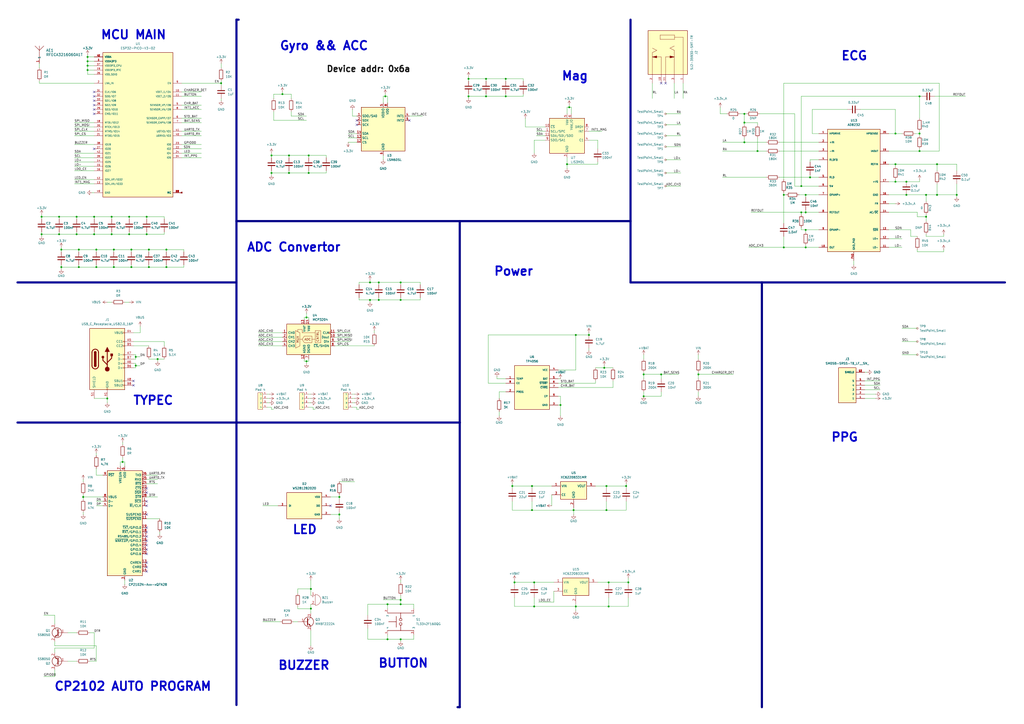
<source format=kicad_sch>
(kicad_sch (version 20250114) (generator "eeschema") (generator_version "9.0")
  (paper "A2")
  (title_block (title "Main PCB") (company "IUH") (comment 1 "Đinh Quang Sơn"))
  (text "PPG" (at 489.966 253.746 0) (effects (font (size 5 5) (thickness 1) (bold yes))))
  (text "LED" (at 176.784 307.34 0) (effects (font (size 5 5) (thickness 1) (bold yes))))
  (text "BUZZER" (at 176.276 386.08 0) (effects (font (size 5 5) (thickness 1) (bold yes))))
  (text "ADC Convertor" (at 170.434 143.51 0) (effects (font (size 5 5) (thickness 1) (bold yes))))
  (text "Power" (at 297.942 157.48 0) (effects (font (size 5 5) (thickness 1) (bold yes))))
  (text "Gyro && ACC" (at 187.96 26.67 0) (effects (font (size 5 5) (thickness 1) (bold yes))))
  (text "CP2102 AUTO PROGRAM \n" (at 78.994 398.272 0) (effects (font (size 5 5) (thickness 1) (bold yes))))
  (text "Mag" (at 333.502 44.196 0) (effects (font (size 5 5) (thickness 1) (bold yes))))
  (text "TYPEC" (at 88.9 232.41 0) (effects (font (size 5 5) (thickness 1) (bold yes))))
  (text "ECG" (at 495.554 32.512 0) (effects (font (size 5 5) (thickness 1) (bold yes))))
  (text "BUTTON" (at 233.934 384.81 0) (effects (font (size 5 5) (thickness 1) (bold yes))))
  (text "MCU MAIN" (at 77.47 20.32 0) (effects (font (size 5 5) (thickness 1) (bold yes))))
  (junction (at 383.54 217.17))
  (junction (at 232.41 173.99))
  (junction (at 467.36 133.35))
  (junction (at 223.52 55.88))
  (junction (at 351.79 281.94))
  (junction (at 214.63 173.99))
  (junction (at 71.12 267.97))
  (junction (at 180.34 353.06))
  (junction (at 332.74 295.91))
  (junction (at 350.52 213.36))
  (junction (at 533.4 77.47))
  (junction (at 54.61 135.89))
  (junction (at 55.88 154.94))
  (junction (at 271.78 55.88))
  (junction (at 525.78 113.03))
  (junction (at 232.41 347.98))
  (junction (at 96.52 154.94))
  (junction (at 519.43 77.47))
  (junction (at 54.61 125.73))
  (junction (at 44.45 135.89))
  (junction (at 78.74 212.09))
  (junction (at 441.96 163.83))
  (junction (at 431.8 71.12))
  (junction (at 180.34 341.63))
  (junction (at 35.56 144.78))
  (junction (at 537.21 113.03))
  (junction (at 232.41 163.83))
  (junction (at 373.38 229.87))
  (junction (at 91.44 208.28))
  (junction (at 309.88 351.79))
  (junction (at 35.56 154.94))
  (junction (at 554.99 113.03))
  (junction (at 325.12 234.95))
  (junction (at 519.43 105.41))
  (junction (at 298.45 337.82))
  (junction (at 308.61 281.94))
  (junction (at 537.21 125.73))
  (junction (at 467.36 123.19))
  (junction (at 179.07 90.17))
  (junction (at 86.36 144.78))
  (junction (at 543.56 113.03))
  (junction (at 363.22 281.94))
  (junction (at 64.77 135.89))
  (junction (at 24.13 125.73))
  (junction (at 196.85 298.45))
  (junction (at 365.76 128.27))
  (junction (at 271.78 45.72))
  (junction (at 309.88 337.82))
  (junction (at 219.71 163.83))
  (junction (at 467.36 143.51))
  (junction (at 464.82 107.95))
  (junction (at 45.72 144.78))
  (junction (at 48.26 288.29))
  (junction (at 519.43 95.25))
  (junction (at 308.61 295.91))
  (junction (at 137.16 163.83))
  (junction (at 266.7 128.27))
  (junction (at 128.27 48.26))
  (junction (at 353.06 351.79))
  (junction (at 224.79 350.52))
  (junction (at 405.13 217.17))
  (junction (at 439.42 87.63))
  (junction (at 55.88 144.78))
  (junction (at 177.8 184.15))
  (junction (at 44.45 125.73))
  (junction (at 76.2 144.78))
  (junction (at 266.7 245.11))
  (junction (at 334.01 194.31))
  (junction (at 232.41 350.52))
  (junction (at 351.79 295.91))
  (junction (at 50.8 35.56))
  (junction (at 76.2 154.94))
  (junction (at 64.77 125.73))
  (junction (at 96.52 144.78))
  (junction (at 431.8 82.55))
  (junction (at 297.18 281.94))
  (junction (at 167.64 90.17))
  (junction (at 34.29 135.89))
  (junction (at 533.4 87.63))
  (junction (at 224.79 370.84))
  (junction (at 525.78 105.41))
  (junction (at 167.64 100.33))
  (junction (at 543.56 95.25))
  (junction (at 24.13 135.89))
  (junction (at 137.16 245.11))
  (junction (at 74.93 135.89))
  (junction (at 353.06 337.82))
  (junction (at 66.04 144.78))
  (junction (at 137.16 128.27))
  (junction (at 431.8 66.04))
  (junction (at 469.9 102.87))
  (junction (at 219.71 173.99))
  (junction (at 364.49 337.82))
  (junction (at 214.63 163.83))
  (junction (at 373.38 217.17))
  (junction (at 50.8 40.64))
  (junction (at 34.29 125.73))
  (junction (at 533.4 55.88))
  (junction (at 293.37 55.88))
  (junction (at 281.94 45.72))
  (junction (at 85.09 125.73))
  (junction (at 293.37 45.72))
  (junction (at 157.48 100.33))
  (junction (at 334.01 351.79))
  (junction (at 232.41 370.84))
  (junction (at 196.85 288.29))
  (junction (at 341.63 194.31))
  (junction (at 163.83 54.61))
  (junction (at 454.66 143.51))
  (junction (at 85.09 135.89))
  (junction (at 50.8 38.1))
  (junction (at 62.23 231.14))
  (junction (at 74.93 125.73))
  (junction (at 467.36 113.03))
  (junction (at 50.8 33.02))
  (junction (at 157.48 90.17))
  (junction (at 330.2 62.23))
  (junction (at 86.36 154.94))
  (junction (at 454.66 113.03))
  (junction (at 328.93 95.25))
  (junction (at 177.8 209.55))
  (junction (at 464.82 123.19))
  (junction (at 281.94 55.88))
  (junction (at 179.07 100.33))
  (junction (at 66.04 154.94))
  (junction (at 78.74 207.01))
  (junction (at 45.72 154.94))
  (no_connect (at 85.09 326.39))
  (no_connect (at 85.09 308.61))
  (no_connect (at 85.09 321.31))
  (no_connect (at 85.09 283.21))
  (no_connect (at 85.09 328.93))
  (no_connect (at 191.77 293.37))
  (no_connect (at 85.09 285.75))
  (no_connect (at 85.09 306.07))
  (no_connect (at 85.09 331.47))
  (no_connect (at 54.61 53.34))
  (no_connect (at 54.61 63.5))
  (no_connect (at 85.09 311.15))
  (no_connect (at 207.01 69.85))
  (no_connect (at 77.47 223.52))
  (no_connect (at 54.61 86.36))
  (no_connect (at 54.61 66.04))
  (no_connect (at 85.09 298.45))
  (no_connect (at 85.09 318.77))
  (no_connect (at 85.09 293.37))
  (no_connect (at 386.08 48.26))
  (no_connect (at 237.49 69.85))
  (no_connect (at 85.09 313.69))
  (no_connect (at 207.01 72.39))
  (no_connect (at 85.09 290.83))
  (no_connect (at 77.47 220.98))
  (no_connect (at 54.61 55.88))
  (no_connect (at 85.09 316.23))
  (no_connect (at 54.61 58.42))
  (no_connect (at 383.54 48.26))
  (no_connect (at 54.61 60.96))
  (wire (pts (xy 345.44 281.94) (xy 351.79 281.94)))
  (wire (pts (xy 55.88 275.59) (xy 55.88 271.78)))
  (wire (pts (xy 176.53 184.15) (xy 177.8 184.15)))
  (wire (pts (xy 177.8 181.61) (xy 177.8 184.15)))
  (wire (pts (xy 128.27 48.26) (xy 128.27 49.53)))
  (wire (pts (xy 554.99 113.03) (xy 554.99 114.3)))
  (wire (pts (xy 293.37 55.88) (xy 281.94 55.88)))
  (wire (pts (xy 353.06 351.79) (xy 364.49 351.79)))
  (wire (pts (xy 54.61 367.03) (xy 52.07 367.03)))
  (wire (pts (xy 405.13 227.33) (xy 405.13 229.87)))
  (wire (pts (xy 533.4 87.63) (xy 533.4 86.36)))
  (wire (pts (xy 35.56 153.67) (xy 35.56 154.94)))
  (wire (pts (xy 283.21 222.25) (xy 283.21 194.31)))
  (wire (pts (xy 85.09 280.67) (xy 91.44 280.67)))
  (wire (pts (xy 386.08 100.33) (xy 394.97 100.33)))
  (wire (pts (xy 44.45 125.73) (xy 44.45 127)))
  (wire (pts (xy 341.63 193.04) (xy 341.63 194.31)))
  (wire (pts (xy 149.86 193.04) (xy 163.83 193.04)))
  (wire (pts (xy 364.49 346.71) (xy 364.49 351.79)))
  (wire (pts (xy 86.36 154.94) (xy 96.52 154.94)))
  (wire (pts (xy 515.62 138.43) (xy 523.24 138.43)))
  (wire (pts (xy 78.74 212.09) (xy 81.28 212.09)))
  (wire (pts (xy 24.13 135.89) (xy 24.13 137.16)))
  (wire (pts (xy 297.18 295.91) (xy 308.61 295.91)))
  (wire (pts (xy 320.04 287.02) (xy 320.04 293.37)))
  (wire (pts (xy 64.77 135.89) (xy 74.93 135.89)))
  (wire (pts (xy 62.23 231.14) (xy 62.23 233.68)))
  (wire (pts (xy 419.1 87.63) (xy 439.42 87.63)))
  (wire (pts (xy 24.13 125.73) (xy 24.13 127)))
  (wire (pts (xy 537.21 113.03) (xy 525.78 113.03)))
  (wire (pts (xy 454.66 111.76) (xy 454.66 113.03)))
  (wire (pts (xy 168.91 64.77) (xy 168.91 67.31)))
  (wire (pts (xy 537.21 137.16) (xy 547.37 137.16)))
  (wire (pts (xy 429.26 66.04) (xy 431.8 66.04)))
  (wire (pts (xy 346.71 81.28) (xy 346.71 86.36)))
  (wire (pts (xy 163.83 54.61) (xy 163.83 53.34)))
  (wire (pts (xy 196.85 288.29) (xy 196.85 289.56)))
  (wire (pts (xy 105.41 53.34) (xy 116.84 53.34)))
  (wire (pts (xy 194.31 195.58) (xy 203.2 195.58)))
  (wire (pts (xy 537.21 135.89) (xy 537.21 137.16)))
  (wire (pts (xy 532.13 125.73) (xy 537.21 125.73)))
  (wire (pts (xy 204.47 236.22) (xy 207.01 236.22)))
  (wire (pts (xy 204.47 233.68) (xy 205.74 233.68)))
  (wire (pts (xy 309.88 346.71) (xy 309.88 351.79)))
  (wire (pts (xy 204.47 63.5) (xy 204.47 67.31)))
  (wire (pts (xy 96.52 144.78) (xy 106.68 144.78)))
  (wire (pts (xy 43.18 93.98) (xy 54.61 93.98)))
  (wire (pts (xy 454.66 113.03) (xy 454.66 129.54)))
  (wire (pts (xy 54.61 40.64) (xy 50.8 40.64)))
  (wire (pts (xy 54.61 127) (xy 54.61 125.73)))
  (wire (pts (xy 45.72 153.67) (xy 45.72 154.94)))
  (wire (pts (xy 386.08 85.09) (xy 394.97 85.09)))
  (wire (pts (xy 157.48 100.33) (xy 167.64 100.33)))
  (wire (pts (xy 43.18 106.68) (xy 54.61 106.68)))
  (wire (pts (xy 396.24 48.26) (xy 396.24 57.15)))
  (wire (pts (xy 346.71 337.82) (xy 353.06 337.82)))
  (wire (pts (xy 172.72 351.79) (xy 172.72 353.06)))
  (wire (pts (xy 311.15 76.2) (xy 316.23 76.2)))
  (wire (pts (xy 240.03 370.84) (xy 240.03 368.3)))
  (wire (pts (xy 45.72 144.78) (xy 45.72 146.05)))
  (wire (pts (xy 281.94 45.72) (xy 293.37 45.72)))
  (wire (pts (xy 96.52 153.67) (xy 96.52 154.94)))
  (wire (pts (xy 179.07 184.15) (xy 179.07 185.42)))
  (bus (pts (xy 441.96 163.83) (xy 582.93 163.83)) (stroke (width 1.25)))
  (bus (pts (xy 137.16 128.27) (xy 266.7 128.27)) (stroke (width 1.25)))
  (wire (pts (xy 105.41 63.5) (xy 116.84 63.5)))
  (wire (pts (xy 34.29 127) (xy 34.29 125.73)))
  (wire (pts (xy 533.4 55.88) (xy 464.82 55.88)))
  (wire (pts (xy 298.45 337.82) (xy 298.45 339.09)))
  (wire (pts (xy 334.01 194.31) (xy 334.01 214.63)))
  (wire (pts (xy 43.18 71.12) (xy 54.61 71.12)))
  (wire (pts (xy 454.66 137.16) (xy 454.66 143.51)))
  (wire (pts (xy 48.26 288.29) (xy 48.26 289.56)))
  (wire (pts (xy 62.23 175.26) (xy 64.77 175.26)))
  (wire (pts (xy 196.85 298.45) (xy 196.85 300.99)))
  (wire (pts (xy 213.36 370.84) (xy 224.79 370.84)))
  (wire (pts (xy 419.1 82.55) (xy 431.8 82.55)))
  (wire (pts (xy 533.4 68.58) (xy 533.4 55.88)))
  (wire (pts (xy 417.83 66.04) (xy 421.64 66.04)))
  (wire (pts (xy 54.61 38.1) (xy 50.8 38.1)))
  (wire (pts (xy 351.79 295.91) (xy 363.22 295.91)))
  (wire (pts (xy 532.13 205.74) (xy 523.24 205.74)))
  (wire (pts (xy 54.61 231.14) (xy 62.23 231.14)))
  (wire (pts (xy 328.93 95.25) (xy 328.93 97.79)))
  (wire (pts (xy 35.56 154.94) (xy 35.56 156.21)))
  (wire (pts (xy 323.85 214.63) (xy 334.01 214.63)))
  (wire (pts (xy 48.26 288.29) (xy 59.69 288.29)))
  (bus (pts (xy 266.7 245.11) (xy 266.7 410.21)) (stroke (width 1.25)))
  (wire (pts (xy 43.18 104.14) (xy 54.61 104.14)))
  (wire (pts (xy 22.86 48.26) (xy 22.86 46.99)))
  (wire (pts (xy 515.62 113.03) (xy 525.78 113.03)))
  (wire (pts (xy 179.07 228.6) (xy 180.34 228.6)))
  (wire (pts (xy 237.49 67.31) (xy 245.11 67.31)))
  (wire (pts (xy 232.41 172.72) (xy 232.41 173.99)))
  (wire (pts (xy 501.65 226.06) (xy 510.54 226.06)))
  (wire (pts (xy 363.22 280.67) (xy 363.22 281.94)))
  (wire (pts (xy 214.63 163.83) (xy 208.28 163.83)))
  (wire (pts (xy 43.18 76.2) (xy 54.61 76.2)))
  (wire (pts (xy 177.8 184.15) (xy 179.07 184.15)))
  (wire (pts (xy 54.61 48.26) (xy 22.86 48.26)))
  (wire (pts (xy 405.13 217.17) (xy 425.45 217.17)))
  (wire (pts (xy 224.79 368.3) (xy 224.79 370.84)))
  (wire (pts (xy 55.88 383.54) (xy 52.07 383.54)))
  (wire (pts (xy 204.47 231.14) (xy 205.74 231.14)))
  (wire (pts (xy 334.01 350.52) (xy 334.01 351.79)))
  (wire (pts (xy 54.61 135.89) (xy 64.77 135.89)))
  (wire (pts (xy 214.63 173.99) (xy 214.63 175.26)))
  (wire (pts (xy 55.88 144.78) (xy 66.04 144.78)))
  (wire (pts (xy 34.29 125.73) (xy 44.45 125.73)))
  (wire (pts (xy 464.82 132.08) (xy 464.82 133.35)))
  (wire (pts (xy 43.18 83.82) (xy 54.61 83.82)))
  (wire (pts (xy 455.93 113.03) (xy 454.66 113.03)))
  (wire (pts (xy 86.36 153.67) (xy 86.36 154.94)))
  (wire (pts (xy 544.83 87.63) (xy 544.83 48.26)))
  (wire (pts (xy 297.18 281.94) (xy 297.18 283.21)))
  (wire (pts (xy 74.93 127) (xy 74.93 125.73)))
  (wire (pts (xy 346.71 93.98) (xy 346.71 95.25)))
  (wire (pts (xy 176.53 185.42) (xy 176.53 184.15)))
  (wire (pts (xy 214.63 173.99) (xy 208.28 173.99)))
  (wire (pts (xy 53.34 111.76) (xy 54.61 111.76)))
  (wire (pts (xy 71.12 265.43) (xy 71.12 267.97)))
  (wire (pts (xy 224.79 353.06) (xy 224.79 350.52)))
  (wire (pts (xy 288.29 218.44) (xy 288.29 219.71)))
  (wire (pts (xy 180.34 353.06) (xy 180.34 355.6)))
  (wire (pts (xy 219.71 163.83) (xy 232.41 163.83)))
  (wire (pts (xy 95.25 134.62) (xy 95.25 135.89)))
  (wire (pts (xy 519.43 77.47) (xy 515.62 77.47)))
  (wire (pts (xy 543.56 106.68) (xy 543.56 113.03)))
  (wire (pts (xy 288.29 219.71) (xy 293.37 219.71)))
  (wire (pts (xy 532.13 137.16) (xy 528.32 137.16)))
  (wire (pts (xy 71.12 267.97) (xy 69.85 267.97)))
  (wire (pts (xy 85.09 134.62) (xy 85.09 135.89)))
  (wire (pts (xy 528.32 137.16) (xy 528.32 133.35)))
  (wire (pts (xy 179.07 231.14) (xy 180.34 231.14)))
  (wire (pts (xy 92.71 308.61) (xy 92.71 309.88)))
  (wire (pts (xy 355.6 224.79) (xy 355.6 220.98)))
  (wire (pts (xy 293.37 45.72) (xy 303.53 45.72)))
  (wire (pts (xy 77.47 213.36) (xy 78.74 213.36)))
  (wire (pts (xy 440.69 66.04) (xy 461.01 66.04)))
  (wire (pts (xy 106.68 146.05) (xy 106.68 144.78)))
  (wire (pts (xy 179.07 233.68) (xy 180.34 233.68)))
  (wire (pts (xy 454.66 143.51) (xy 467.36 143.51)))
  (wire (pts (xy 345.44 213.36) (xy 350.52 213.36)))
  (wire (pts (xy 353.06 346.71) (xy 353.06 351.79)))
  (wire (pts (xy 74.93 134.62) (xy 74.93 135.89)))
  (wire (pts (xy 168.91 57.15) (xy 168.91 54.61)))
  (wire (pts (xy 35.56 144.78) (xy 35.56 146.05)))
  (wire (pts (xy 308.61 295.91) (xy 332.74 295.91)))
  (wire (pts (xy 350.52 213.36) (xy 355.6 213.36)))
  (wire (pts (xy 537.21 125.73) (xy 537.21 128.27)))
  (wire (pts (xy 157.48 237.49) (xy 157.48 236.22)))
  (wire (pts (xy 232.41 350.52) (xy 240.03 350.52)))
  (wire (pts (xy 85.09 135.89) (xy 95.25 135.89)))
  (wire (pts (xy 213.36 350.52) (xy 213.36 356.87)))
  (wire (pts (xy 77.47 208.28) (xy 78.74 208.28)))
  (wire (pts (xy 196.85 297.18) (xy 196.85 298.45)))
  (wire (pts (xy 158.75 57.15) (xy 158.75 54.61)))
  (wire (pts (xy 452.12 82.55) (xy 474.98 82.55)))
  (wire (pts (xy 321.31 342.9) (xy 321.31 349.25)))
  (wire (pts (xy 469.9 102.87) (xy 469.9 101.6)))
  (wire (pts (xy 533.4 55.88) (xy 534.67 55.88)))
  (wire (pts (xy 461.01 66.04) (xy 461.01 107.95)))
  (wire (pts (xy 452.12 87.63) (xy 474.98 87.63)))
  (wire (pts (xy 157.48 90.17) (xy 157.48 91.44)))
  (wire (pts (xy 85.09 300.99) (xy 92.71 300.99)))
  (wire (pts (xy 309.88 351.79) (xy 334.01 351.79)))
  (wire (pts (xy 78.74 207.01) (xy 78.74 208.28)))
  (bus (pts (xy 137.16 11.43) (xy 138.43 11.43)) (stroke (width 1.25)))
  (wire (pts (xy 81.28 193.04) (xy 77.47 193.04)))
  (wire (pts (xy 309.88 337.82) (xy 309.88 339.09)))
  (wire (pts (xy 168.91 67.31) (xy 177.8 67.31)))
  (wire (pts (xy 532.13 198.12) (xy 523.24 198.12)))
  (wire (pts (xy 431.8 82.55) (xy 431.8 80.01)))
  (wire (pts (xy 50.8 43.18) (xy 50.8 40.64)))
  (wire (pts (xy 43.18 99.06) (xy 54.61 99.06)))
  (wire (pts (xy 243.84 172.72) (xy 243.84 173.99)))
  (wire (pts (xy 223.52 55.88) (xy 224.79 55.88)))
  (wire (pts (xy 515.62 143.51) (xy 523.24 143.51)))
  (wire (pts (xy 386.08 92.71) (xy 394.97 92.71)))
  (wire (pts (xy 312.42 349.25) (xy 321.31 349.25)))
  (wire (pts (xy 332.74 294.64) (xy 332.74 295.91)))
  (wire (pts (xy 55.88 153.67) (xy 55.88 154.94)))
  (wire (pts (xy 201.93 77.47) (xy 207.01 77.47)))
  (wire (pts (xy 105.41 55.88) (xy 116.84 55.88)))
  (wire (pts (xy 232.41 163.83) (xy 232.41 165.1)))
  (bus (pts (xy 137.16 11.43) (xy 137.16 128.27)) (stroke (width 1.25)))
  (wire (pts (xy 179.07 90.17) (xy 189.23 90.17)))
  (wire (pts (xy 50.8 33.02) (xy 54.61 33.02)))
  (wire (pts (xy 154.94 236.22) (xy 157.48 236.22)))
  (wire (pts (xy 532.13 144.78) (xy 532.13 146.05)))
  (wire (pts (xy 48.26 287.02) (xy 48.26 288.29)))
  (wire (pts (xy 179.07 100.33) (xy 167.64 100.33)))
  (wire (pts (xy 323.85 219.71) (xy 325.12 219.71)))
  (wire (pts (xy 219.71 163.83) (xy 219.71 165.1)))
  (wire (pts (xy 271.78 55.88) (xy 281.94 55.88)))
  (wire (pts (xy 330.2 62.23) (xy 331.47 62.23)))
  (wire (pts (xy 435.61 123.19) (xy 464.82 123.19)))
  (wire (pts (xy 196.85 287.02) (xy 196.85 288.29)))
  (wire (pts (xy 363.22 283.21) (xy 363.22 281.94)))
  (wire (pts (xy 77.47 198.12) (xy 95.25 198.12)))
  (wire (pts (xy 44.45 135.89) (xy 54.61 135.89)))
  (wire (pts (xy 191.77 298.45) (xy 196.85 298.45)))
  (wire (pts (xy 86.36 144.78) (xy 96.52 144.78)))
  (wire (pts (xy 298.45 351.79) (xy 309.88 351.79)))
  (bus (pts (xy 365.76 11.43) (xy 365.76 128.27)) (stroke (width 1.25)))
  (wire (pts (xy 554.99 99.06) (xy 554.99 95.25)))
  (wire (pts (xy 530.86 77.47) (xy 533.4 77.47)))
  (wire (pts (xy 515.62 118.11) (xy 519.43 118.11)))
  (wire (pts (xy 105.41 86.36) (xy 116.84 86.36)))
  (wire (pts (xy 439.42 80.01) (xy 439.42 87.63)))
  (wire (pts (xy 297.18 281.94) (xy 308.61 281.94)))
  (wire (pts (xy 533.4 104.14) (xy 533.4 105.41)))
  (wire (pts (xy 213.36 350.52) (xy 224.79 350.52)))
  (wire (pts (xy 35.56 144.78) (xy 45.72 144.78)))
  (wire (pts (xy 532.13 190.5) (xy 523.24 190.5)))
  (wire (pts (xy 85.09 125.73) (xy 95.25 125.73)))
  (wire (pts (xy 213.36 364.49) (xy 213.36 370.84)))
  (wire (pts (xy 232.41 370.84) (xy 232.41 372.11)))
  (wire (pts (xy 91.44 208.28) (xy 95.25 208.28)))
  (wire (pts (xy 351.79 290.83) (xy 351.79 295.91)))
  (wire (pts (xy 157.48 90.17) (xy 167.64 90.17)))
  (wire (pts (xy 76.2 144.78) (xy 76.2 146.05)))
  (wire (pts (xy 208.28 172.72) (xy 208.28 173.99)))
  (wire (pts (xy 64.77 125.73) (xy 64.77 127)))
  (wire (pts (xy 31.75 361.95) (xy 31.75 356.87)))
  (wire (pts (xy 281.94 45.72) (xy 281.94 46.99)))
  (wire (pts (xy 532.13 146.05) (xy 547.37 146.05)))
  (wire (pts (xy 334.01 194.31) (xy 341.63 194.31)))
  (wire (pts (xy 543.56 99.06) (xy 543.56 95.25)))
  (wire (pts (xy 463.55 113.03) (xy 467.36 113.03)))
  (wire (pts (xy 298.45 346.71) (xy 298.45 351.79)))
  (wire (pts (xy 179.07 209.55) (xy 179.07 208.28)))
  (wire (pts (xy 467.36 143.51) (xy 467.36 142.24)))
  (wire (pts (xy 431.8 66.04) (xy 431.8 71.12)))
  (wire (pts (xy 54.61 125.73) (xy 64.77 125.73)))
  (wire (pts (xy 383.54 217.17) (xy 393.7 217.17)))
  (wire (pts (xy 167.64 90.17) (xy 179.07 90.17)))
  (wire (pts (xy 378.46 48.26) (xy 378.46 57.15)))
  (wire (pts (xy 222.25 347.98) (xy 232.41 347.98)))
  (wire (pts (xy 105.41 68.58) (xy 116.84 68.58)))
  (wire (pts (xy 515.62 123.19) (xy 532.13 123.19)))
  (wire (pts (xy 66.04 144.78) (xy 76.2 144.78)))
  (wire (pts (xy 158.75 69.85) (xy 177.8 69.85)))
  (wire (pts (xy 542.29 55.88) (xy 560.07 55.88)))
  (wire (pts (xy 180.34 341.63) (xy 180.34 345.44)))
  (wire (pts (xy 537.21 125.73) (xy 537.21 124.46)))
  (wire (pts (xy 194.31 200.66) (xy 217.17 200.66)))
  (wire (pts (xy 308.61 290.83) (xy 308.61 295.91)))
  (wire (pts (xy 149.86 195.58) (xy 163.83 195.58)))
  (wire (pts (xy 35.56 154.94) (xy 45.72 154.94)))
  (wire (pts (xy 499.11 63.5) (xy 519.43 63.5)))
  (wire (pts (xy 208.28 163.83) (xy 208.28 165.1)))
  (wire (pts (xy 386.08 72.39) (xy 394.97 72.39)))
  (wire (pts (xy 55.88 262.89) (xy 55.88 264.16)))
  (wire (pts (xy 78.74 205.74) (xy 78.74 207.01)))
  (wire (pts (xy 55.88 293.37) (xy 59.69 293.37)))
  (wire (pts (xy 464.82 133.35) (xy 467.36 133.35)))
  (wire (pts (xy 271.78 45.72) (xy 281.94 45.72)))
  (wire (pts (xy 373.38 217.17) (xy 383.54 217.17)))
  (wire (pts (xy 128.27 57.15) (xy 128.27 58.42)))
  (wire (pts (xy 24.13 125.73) (xy 34.29 125.73)))
  (wire (pts (xy 45.72 154.94) (xy 55.88 154.94)))
  (wire (pts (xy 72.39 336.55) (xy 72.39 339.09)))
  (wire (pts (xy 346.71 95.25) (xy 328.93 95.25)))
  (wire (pts (xy 232.41 336.55) (xy 232.41 337.82)))
  (wire (pts (xy 293.37 222.25) (xy 283.21 222.25)))
  (wire (pts (xy 289.56 231.14) (xy 289.56 227.33)))
  (wire (pts (xy 330.2 60.96) (xy 330.2 62.23)))
  (wire (pts (xy 180.34 341.63) (xy 172.72 341.63)))
  (wire (pts (xy 364.49 339.09) (xy 364.49 337.82)))
  (wire (pts (xy 201.93 82.55) (xy 207.01 82.55)))
  (wire (pts (xy 519.43 77.47) (xy 523.24 77.47)))
  (wire (pts (xy 533.4 87.63) (xy 544.83 87.63)))
  (wire (pts (xy 72.39 270.51) (xy 72.39 267.97)))
  (wire (pts (xy 501.65 231.14) (xy 508 231.14)))
  (wire (pts (xy 207.01 237.49) (xy 208.28 237.49)))
  (wire (pts (xy 50.8 40.64) (xy 50.8 38.1)))
  (wire (pts (xy 31.75 378.46) (xy 31.75 375.92)))
  (wire (pts (xy 222.25 55.88) (xy 223.52 55.88)))
  (wire (pts (xy 543.56 113.03) (xy 537.21 113.03)))
  (wire (pts (xy 189.23 99.06) (xy 189.23 100.33)))
  (wire (pts (xy 54.61 134.62) (xy 54.61 135.89)))
  (wire (pts (xy 304.8 73.66) (xy 304.8 68.58)))
  (bus (pts (xy 137.16 163.83) (xy 137.16 245.11)) (stroke (width 1.25)))
  (wire (pts (xy 232.41 163.83) (xy 243.84 163.83)))
  (wire (pts (xy 31.75 372.11) (xy 31.75 374.65)))
  (wire (pts (xy 332.74 295.91) (xy 332.74 298.45)))
  (wire (pts (xy 25.4 392.43) (xy 31.75 392.43)))
  (wire (pts (xy 24.13 135.89) (xy 34.29 135.89)))
  (wire (pts (xy 431.8 71.12) (xy 439.42 71.12)))
  (wire (pts (xy 434.34 143.51) (xy 454.66 143.51)))
  (wire (pts (xy 519.43 105.41) (xy 525.78 105.41)))
  (wire (pts (xy 444.5 82.55) (xy 431.8 82.55)))
  (wire (pts (xy 316.23 73.66) (xy 304.8 73.66)))
  (wire (pts (xy 76.2 153.67) (xy 76.2 154.94)))
  (wire (pts (xy 232.41 347.98) (xy 232.41 350.52)))
  (wire (pts (xy 454.66 48.26) (xy 454.66 104.14)))
  (wire (pts (xy 544.83 48.26) (xy 454.66 48.26)))
  (wire (pts (xy 180.34 350.52) (xy 180.34 353.06)))
  (wire (pts (xy 328.93 91.44) (xy 328.93 95.25)))
  (wire (pts (xy 214.63 162.56) (xy 214.63 163.83)))
  (wire (pts (xy 55.88 374.65) (xy 55.88 383.54)))
  (wire (pts (xy 308.61 281.94) (xy 308.61 283.21)))
  (wire (pts (xy 158.75 64.77) (xy 158.75 69.85)))
  (wire (pts (xy 293.37 55.88) (xy 303.53 55.88)))
  (bus (pts (xy 266.7 245.11) (xy 137.16 245.11)) (stroke (width 1.25)))
  (wire (pts (xy 176.53 209.55) (xy 177.8 209.55)))
  (wire (pts (xy 180.34 336.55) (xy 180.34 341.63)))
  (wire (pts (xy 297.18 280.67) (xy 297.18 281.94)))
  (wire (pts (xy 43.18 88.9) (xy 54.61 88.9)))
  (wire (pts (xy 364.49 335.28) (xy 364.49 337.82)))
  (wire (pts (xy 232.41 345.44) (xy 232.41 347.98)))
  (wire (pts (xy 405.13 205.74) (xy 405.13 208.28)))
  (wire (pts (xy 44.45 134.62) (xy 44.45 135.89)))
  (wire (pts (xy 66.04 154.94) (xy 76.2 154.94)))
  (wire (pts (xy 351.79 281.94) (xy 363.22 281.94)))
  (wire (pts (xy 31.75 374.65) (xy 55.88 374.65)))
  (wire (pts (xy 351.79 281.94) (xy 351.79 283.21)))
  (wire (pts (xy 469.9 92.71) (xy 469.9 93.98)))
  (wire (pts (xy 323.85 222.25) (xy 345.44 222.25)))
  (wire (pts (xy 77.47 210.82) (xy 78.74 210.82)))
  (wire (pts (xy 297.18 290.83) (xy 297.18 295.91)))
  (wire (pts (xy 467.36 123.19) (xy 464.82 123.19)))
  (wire (pts (xy 341.63 81.28) (xy 346.71 81.28)))
  (wire (pts (xy 24.13 134.62) (xy 24.13 135.89)))
  (wire (pts (xy 91.44 208.28) (xy 91.44 209.55)))
  (wire (pts (xy 501.65 220.98) (xy 510.54 220.98)))
  (wire (pts (xy 309.88 81.28) (xy 309.88 88.9)))
  (wire (pts (xy 179.07 100.33) (xy 189.23 100.33)))
  (wire (pts (xy 439.42 72.39) (xy 439.42 71.12)))
  (wire (pts (xy 391.16 48.26) (xy 391.16 57.15)))
  (bus (pts (xy 441.96 163.83) (xy 441.96 410.21)) (stroke (width 1.25)))
  (wire (pts (xy 543.56 95.25) (xy 554.99 95.25)))
  (wire (pts (xy 309.88 337.82) (xy 321.31 337.82)))
  (wire (pts (xy 76.2 144.78) (xy 86.36 144.78)))
  (wire (pts (xy 373.38 205.74) (xy 373.38 208.28)))
  (wire (pts (xy 328.93 66.04) (xy 328.93 62.23)))
  (wire (pts (xy 157.48 237.49) (xy 158.75 237.49)))
  (bus (pts (xy 365.76 128.27) (xy 365.76 163.83)) (stroke (width 1.25)))
  (wire (pts (xy 334.01 351.79) (xy 334.01 354.33)))
  (wire (pts (xy 519.43 95.25) (xy 519.43 96.52)))
  (bus (pts (xy 266.7 128.27) (xy 365.76 128.27)) (stroke (width 1.25)))
  (wire (pts (xy 105.41 83.82) (xy 116.84 83.82)))
  (wire (pts (xy 154.94 228.6) (xy 156.21 228.6)))
  (wire (pts (xy 224.79 55.88) (xy 224.79 59.69)))
  (wire (pts (xy 55.88 144.78) (xy 45.72 144.78)))
  (wire (pts (xy 176.53 208.28) (xy 176.53 209.55)))
  (wire (pts (xy 219.71 173.99) (xy 232.41 173.99)))
  (wire (pts (xy 179.07 236.22) (xy 181.61 236.22)))
  (wire (pts (xy 417.83 62.23) (xy 417.83 66.04)))
  (wire (pts (xy 78.74 212.09) (xy 78.74 213.36)))
  (wire (pts (xy 467.36 113.03) (xy 474.98 113.03)))
  (wire (pts (xy 501.65 215.9) (xy 502.92 215.9)))
  (wire (pts (xy 554.99 106.68) (xy 554.99 113.03)))
  (wire (pts (xy 353.06 337.82) (xy 353.06 339.09)))
  (wire (pts (xy 303.53 46.99) (xy 303.53 45.72)))
  (wire (pts (xy 105.41 71.12) (xy 116.84 71.12)))
  (wire (pts (xy 271.78 54.61) (xy 271.78 55.88)))
  (wire (pts (xy 474.98 92.71) (xy 469.9 92.71)))
  (wire (pts (xy 179.07 91.44) (xy 179.07 90.17)))
  (wire (pts (xy 34.29 134.62) (xy 34.29 135.89)))
  (wire (pts (xy 170.18 360.68) (xy 172.72 360.68)))
  (wire (pts (xy 222.25 59.69) (xy 222.25 55.88)))
  (wire (pts (xy 204.47 67.31) (xy 207.01 67.31)))
  (wire (pts (xy 383.54 219.71) (xy 383.54 217.17)))
  (wire (pts (xy 71.12 256.54) (xy 71.12 257.81)))
  (wire (pts (xy 243.84 163.83) (xy 243.84 165.1)))
  (wire (pts (xy 191.77 288.29) (xy 196.85 288.29)))
  (wire (pts (xy 533.4 77.47) (xy 533.4 76.2)))
  (wire (pts (xy 106.68 153.67) (xy 106.68 154.94)))
  (wire (pts (xy 85.09 275.59) (xy 91.44 275.59)))
  (wire (pts (xy 64.77 134.62) (xy 64.77 135.89)))
  (wire (pts (xy 332.74 295.91) (xy 351.79 295.91)))
  (wire (pts (xy 308.61 281.94) (xy 320.04 281.94)))
  (wire (pts (xy 66.04 153.67) (xy 66.04 154.94)))
  (wire (pts (xy 405.13 217.17) (xy 405.13 219.71)))
  (wire (pts (xy 154.94 233.68) (xy 156.21 233.68)))
  (wire (pts (xy 55.88 290.83) (xy 59.69 290.83)))
  (wire (pts (xy 43.18 73.66) (xy 54.61 73.66)))
  (wire (pts (xy 85.09 125.73) (xy 85.09 127)))
  (wire (pts (xy 86.36 208.28) (xy 91.44 208.28)))
  (wire (pts (xy 525.78 105.41) (xy 533.4 105.41)))
  (wire (pts (xy 204.47 228.6) (xy 205.74 228.6)))
  (wire (pts (xy 419.1 102.87) (xy 444.5 102.87)))
  (wire (pts (xy 24.13 124.46) (xy 24.13 125.73)))
  (wire (pts (xy 283.21 194.31) (xy 334.01 194.31)))
  (wire (pts (xy 22.86 36.83) (xy 22.86 39.37)))
  (wire (pts (xy 240.03 350.52) (xy 240.03 353.06)))
  (wire (pts (xy 222.25 90.17) (xy 222.25 92.71)))
  (wire (pts (xy 474.98 123.19) (xy 467.36 123.19)))
  (wire (pts (xy 149.86 198.12) (xy 163.83 198.12)))
  (wire (pts (xy 515.62 105.41) (xy 519.43 105.41)))
  (wire (pts (xy 431.8 71.12) (xy 431.8 72.39)))
  (wire (pts (xy 50.8 38.1) (xy 50.8 35.56)))
  (wire (pts (xy 345.44 220.98) (xy 345.44 222.25)))
  (wire (pts (xy 77.47 205.74) (xy 78.74 205.74)))
  (bus (pts (xy 265.43 410.21) (xy 266.7 410.21)) (stroke (width 1.25)))
  (wire (pts (xy 519.43 95.25) (xy 543.56 95.25)))
  (wire (pts (xy 353.06 337.82) (xy 364.49 337.82)))
  (wire (pts (xy 467.36 133.35) (xy 474.98 133.35)))
  (wire (pts (xy 172.72 353.06) (xy 180.34 353.06)))
  (wire (pts (xy 177.8 209.55) (xy 179.07 209.55)))
  (wire (pts (xy 311.15 78.74) (xy 316.23 78.74)))
  (wire (pts (xy 50.8 35.56) (xy 50.8 33.02)))
  (bus (pts (xy 137.16 128.27) (xy 137.16 163.83)) (stroke (width 1.25)))
  (wire (pts (xy 519.43 105.41) (xy 519.43 104.14)))
  (wire (pts (xy 72.39 175.26) (xy 74.93 175.26)))
  (wire (pts (xy 519.43 63.5) (xy 519.43 77.47)))
  (bus (pts (xy 10.16 245.11) (xy 137.16 245.11)) (stroke (width 1.25)))
  (wire (pts (xy 55.88 144.78) (xy 55.88 146.05)))
  (wire (pts (xy 289.56 227.33) (xy 293.37 227.33)))
  (wire (pts (xy 224.79 350.52) (xy 232.41 350.52)))
  (wire (pts (xy 152.4 293.37) (xy 161.29 293.37)))
  (wire (pts (xy 271.78 45.72) (xy 271.78 46.99)))
  (wire (pts (xy 157.48 88.9) (xy 157.48 90.17)))
  (wire (pts (xy 298.45 337.82) (xy 309.88 337.82)))
  (wire (pts (xy 452.12 102.87) (xy 469.9 102.87)))
  (wire (pts (xy 464.82 123.19) (xy 464.82 124.46)))
  (wire (pts (xy 495.3 151.13) (xy 495.3 153.67)))
  (wire (pts (xy 167.64 99.06) (xy 167.64 100.33)))
  (wire (pts (xy 105.41 76.2) (xy 116.84 76.2)))
  (bus (pts (xy 10.16 163.83) (xy 137.16 163.83)) (stroke (width 1.25)))
  (wire (pts (xy 31.75 388.62) (xy 31.75 392.43)))
  (wire (pts (xy 105.41 88.9) (xy 116.84 88.9)))
  (wire (pts (xy 154.94 231.14) (xy 156.21 231.14)))
  (wire (pts (xy 74.93 125.73) (xy 85.09 125.73)))
  (wire (pts (xy 224.79 370.84) (xy 232.41 370.84)))
  (wire (pts (xy 78.74 207.01) (xy 81.28 207.01)))
  (wire (pts (xy 334.01 351.79) (xy 353.06 351.79)))
  (wire (pts (xy 78.74 210.82) (xy 78.74 212.09)))
  (wire (pts (xy 467.36 133.35) (xy 467.36 134.62)))
  (wire (pts (xy 105.41 78.74) (xy 116.84 78.74)))
  (wire (pts (xy 39.37 383.54) (xy 44.45 383.54)))
  (bus (pts (xy 266.7 128.27) (xy 266.7 245.11)) (stroke (width 1.25)))
  (wire (pts (xy 54.61 35.56) (xy 50.8 35.56)))
  (wire (pts (xy 464.82 107.95) (xy 474.98 107.95)))
  (wire (pts (xy 289.56 238.76) (xy 289.56 241.3)))
  (wire (pts (xy 214.63 163.83) (xy 219.71 163.83)))
  (wire (pts (xy 85.09 288.29) (xy 91.44 288.29)))
  (wire (pts (xy 48.26 278.13) (xy 48.26 279.4)))
  (wire (pts (xy 128.27 46.99) (xy 128.27 48.26)))
  (wire (pts (xy 232.41 370.84) (xy 240.03 370.84)))
  (wire (pts (xy 31.75 375.92) (xy 54.61 375.92)))
  (wire (pts (xy 474.98 77.47) (xy 471.17 77.47)))
  (wire (pts (xy 532.13 123.19) (xy 532.13 125.73)))
  (wire (pts (xy 157.48 100.33) (xy 157.48 101.6)))
  (wire (pts (xy 180.34 365.76) (xy 180.34 374.65)))
  (wire (pts (xy 201.93 80.01) (xy 207.01 80.01)))
  (wire (pts (xy 207.01 237.49) (xy 207.01 236.22)))
  (wire (pts (xy 25.4 356.87) (xy 31.75 356.87)))
  (wire (pts (xy 323.85 234.95) (xy 325.12 234.95)))
  (wire (pts (xy 316.23 81.28) (xy 309.88 81.28)))
  (wire (pts (xy 271.78 55.88) (xy 271.78 57.15)))
  (wire (pts (xy 74.93 135.89) (xy 85.09 135.89)))
  (wire (pts (xy 373.38 217.17) (xy 373.38 219.71)))
  (wire (pts (xy 167.64 90.17) (xy 167.64 91.44)))
  (wire (pts (xy 405.13 215.9) (xy 405.13 217.17)))
  (wire (pts (xy 96.52 144.78) (xy 96.52 146.05)))
  (wire (pts (xy 69.85 267.97) (xy 69.85 270.51)))
  (wire (pts (xy 323.85 229.87) (xy 325.12 229.87)))
  (wire (pts (xy 194.31 193.04) (xy 203.2 193.04)))
  (wire (pts (xy 105.41 91.44) (xy 116.84 91.44)))
  (wire (pts (xy 293.37 46.99) (xy 293.37 45.72)))
  (wire (pts (xy 50.8 31.75) (xy 50.8 33.02)))
  (wire (pts (xy 515.62 87.63) (xy 533.4 87.63)))
  (wire (pts (xy 471.17 63.5) (xy 491.49 63.5)))
  (wire (pts (xy 66.04 154.94) (xy 55.88 154.94)))
  (wire (pts (xy 363.22 290.83) (xy 363.22 295.91)))
  (wire (pts (xy 85.09 278.13) (xy 91.44 278.13)))
  (wire (pts (xy 467.36 113.03) (xy 467.36 114.3)))
  (wire (pts (xy 181.61 237.49) (xy 181.61 236.22)))
  (wire (pts (xy 223.52 54.61) (xy 223.52 55.88)))
  (wire (pts (xy 43.18 96.52) (xy 54.61 96.52)))
  (wire (pts (xy 217.17 191.77) (xy 217.17 193.04)))
  (wire (pts (xy 219.71 173.99) (xy 214.63 173.99)))
  (wire (pts (xy 35.56 143.51) (xy 35.56 144.78)))
  (wire (pts (xy 39.37 367.03) (xy 44.45 367.03)))
  (wire (pts (xy 341.63 76.2) (xy 349.25 76.2)))
  (wire (pts (xy 219.71 172.72) (xy 219.71 173.99)))
  (bus (pts (xy 137.16 245.11) (xy 137.16 408.94)) (stroke (width 1.25)))
  (wire (pts (xy 54.61 375.92) (xy 54.61 367.03)))
  (wire (pts (xy 232.41 173.99) (xy 243.84 173.99)))
  (wire (pts (xy 383.54 227.33) (xy 383.54 229.87)))
  (wire (pts (xy 189.23 91.44) (xy 189.23 90.17)))
  (wire (pts (xy 543.56 113.03) (xy 554.99 113.03)))
  (wire (pts (xy 194.31 198.12) (xy 203.2 198.12)))
  (wire (pts (xy 467.36 123.19) (xy 467.36 121.92)))
  (wire (pts (xy 105.41 60.96) (xy 116.84 60.96)))
  (wire (pts (xy 501.65 223.52) (xy 510.54 223.52)))
  (wire (pts (xy 341.63 201.93) (xy 341.63 203.2)))
  (wire (pts (xy 59.69 275.59) (xy 55.88 275.59)))
  (wire (pts (xy 95.25 198.12) (xy 95.25 200.66)))
  (wire (pts (xy 386.08 78.74) (xy 394.97 78.74)))
  (wire (pts (xy 373.38 227.33) (xy 373.38 229.87)))
  (wire (pts (xy 439.42 87.63) (xy 444.5 87.63)))
  (wire (pts (xy 464.82 55.88) (xy 464.82 107.95)))
  (wire (pts (xy 43.18 91.44) (xy 54.61 91.44)))
  (wire (pts (xy 474.98 102.87) (xy 469.9 102.87)))
  (wire (pts (xy 331.47 62.23) (xy 331.47 66.04)))
  (wire (pts (xy 179.07 99.06) (xy 179.07 100.33)))
  (wire (pts (xy 281.94 54.61) (xy 281.94 55.88)))
  (wire (pts (xy 533.4 77.47) (xy 533.4 78.74)))
  (wire (pts (xy 158.75 54.61) (xy 163.83 54.61)))
  (wire (pts (xy 386.08 107.95) (xy 394.97 107.95)))
  (wire (pts (xy 515.62 133.35) (xy 528.32 133.35)))
  (wire (pts (xy 152.4 360.68) (xy 162.56 360.68)))
  (wire (pts (xy 386.08 66.04) (xy 394.97 66.04)))
  (wire (pts (xy 66.04 146.05) (xy 66.04 144.78)))
  (wire (pts (xy 303.53 54.61) (xy 303.53 55.88)))
  (wire (pts (xy 196.85 279.4) (xy 205.74 279.4)))
  (wire (pts (xy 350.52 213.36) (xy 350.52 212.09)))
  (wire (pts (xy 501.65 228.6) (xy 508 228.6)))
  (wire (pts (xy 461.01 107.95) (xy 464.82 107.95)))
  (wire (pts (xy 373.38 229.87) (xy 383.54 229.87)))
  (wire (pts (xy 34.29 135.89) (xy 44.45 135.89)))
  (wire (pts (xy 177.8 209.55) (xy 177.8 210.82)))
  (wire (pts (xy 474.98 143.51) (xy 467.36 143.51)))
  (wire (pts (xy 81.28 189.23) (xy 81.28 193.04)))
  (wire (pts (xy 64.77 125.73) (xy 74.93 125.73)))
  (wire (pts (xy 547.37 137.16) (xy 547.37 135.89)))
  (wire (pts (xy 328.93 62.23) (xy 330.2 62.23)))
  (wire (pts (xy 163.83 54.61) (xy 168.91 54.61)))
  (wire (pts (xy 325.12 234.95) (xy 325.12 241.3)))
  (wire (pts (xy 72.39 267.97) (xy 71.12 267.97)))
  (wire (pts (xy 149.86 200.66) (xy 163.83 200.66)))
  (wire (pts (xy 44.45 125.73) (xy 54.61 125.73)))
  (wire (pts (xy 293.37 54.61) (xy 293.37 55.88)))
  (wire (pts (xy 471.17 77.47) (xy 471.17 63.5)))
  (wire (pts (xy 181.61 237.49) (xy 182.88 237.49)))
  (wire (pts (xy 537.21 113.03) (xy 537.21 116.84)))
  (wire (pts (xy 547.37 146.05) (xy 547.37 144.78)))
  (wire (pts (xy 157.48 99.06) (xy 157.48 100.33)))
  (wire (pts (xy 96.52 154.94) (xy 106.68 154.94)))
  (wire (pts (xy 48.26 297.18) (xy 48.26 298.45)))
  (wire (pts (xy 298.45 336.55) (xy 298.45 337.82)))
  (wire (pts (xy 325.12 229.87) (xy 325.12 234.95)))
  (wire (pts (xy 76.2 154.94) (xy 86.36 154.94)))
  (wire (pts (xy 105.41 48.26) (xy 128.27 48.26)))
  (wire (pts (xy 54.61 43.18) (xy 50.8 43.18)))
  (wire (pts (xy 172.72 341.63) (xy 172.72 344.17)))
  (wire (pts (xy 271.78 44.45) (xy 271.78 45.72)))
  (bus (pts (xy 365.76 163.83) (xy 441.96 163.83)) (stroke (width 1.25)))
  (wire (pts (xy 323.85 224.79) (xy 355.6 224.79)))
  (wire (pts (xy 43.18 78.74) (xy 54.61 78.74)))
  (wire (pts (xy 95.25 127) (xy 95.25 125.73)))
  (wire (pts (xy 515.62 95.25) (xy 519.43 95.25)))
  (wire (pts (xy 431.8 66.04) (xy 433.07 66.04)))
  (wire (pts (xy 86.36 146.05) (xy 86.36 144.78)))
  (wire (pts (xy 128.27 36.83) (xy 128.27 39.37)))
  (wire (pts (xy 77.47 200.66) (xy 86.36 200.66)))
  (wire (pts (xy 373.38 215.9) (xy 373.38 217.17)))
  (label "UART0_RX" (at 106.68 78.74 0))
  (label "INT1_MAG" (at 342.9 76.2 0))
  (label "GND" (at 523.24 205.74 0))
  (label "EN" (at 25.4 356.87 0))
  (label "STD_BAT" (at 106.68 68.58 0))
  (label "INT1_MAG" (at 43.18 106.68 0))
  (label "SDN" (at 394.97 85.09 180))
  (label "LED" (at 106.68 88.9 0))
  (label "LED_EN" (at 43.18 104.14 0))
  (label "RA" (at 392.43 66.04 0))
  (label "SCL" (at 172.72 69.85 0))
  (label "GPIO00" (at 25.4 392.43 0))
  (label "SPI_CS" (at 195.58 200.66 0))
  (label "SPI_MOSI" (at 43.18 73.66 0))
  (label "ADC_CH0" (at 149.86 193.04 0))
  (label "SPI_CLK" (at 195.58 193.04 0))
  (label "ADC_CH1" (at 182.88 237.49 0))
  (label "SDA" (at 311.15 78.74 0))
  (label "RL" (at 419.1 102.87 0))
  (label "LDO_CE" (at 43.18 99.06 0))
  (label "SPI_CLK" (at 43.18 76.2 0))
  (label "ADC_CH3" (at 394.97 107.95 180))
  (label "BAT_SENS" (at 106.68 71.12 0))
  (label "SPI_MOSI" (at 195.58 198.12 0))
  (label "SPI_MISO" (at 43.18 71.12 0))
  (label "DN" (at 55.88 290.83 0))
  (label "RL" (at 392.43 78.74 0))
  (label "INT_PPG" (at 106.68 91.44 0))
  (label "ADC_CH2" (at 149.86 198.12 0))
  (label "LO+" (at 43.18 93.98 0))
  (label "SDA" (at 510.54 223.52 180))
  (label "SDN" (at 110.49 86.36 180))
  (label "SDN" (at 523.24 133.35 180))
  (label "REFOUT" (at 435.61 123.19 0))
  (label "LO-" (at 394.97 100.33 180))
  (label "BUZZER" (at 152.4 360.68 0))
  (label "LA" (at 419.1 82.55 0))
  (label "RA" (at 396.24 54.61 0))
  (label "UART0_TX" (at 86.36 278.13 0))
  (label "RA" (at 419.1 87.63 0))
  (label "SCL" (at 311.15 76.2 0))
  (label "ADC_CH0" (at 158.75 237.49 0))
  (label "LDO_CE" (at 312.42 349.25 0))
  (label "REFOUT" (at 560.07 55.88 180))
  (label "SDA" (at 201.93 77.47 0))
  (label "DTR" (at 54.61 367.03 0))
  (label "DN" (at 81.28 207.01 0))
  (label "LO+" (at 394.97 92.71 180))
  (label "UART0_RX" (at 86.36 275.59 0))
  (label "LO-" (at 523.1174 143.51 180))
  (label "SDA" (at 172.72 67.31 0))
  (label "BUTTON" (at 106.68 55.88 0))
  (label "LED" (at 152.4 293.37 0))
  (label "DP" (at 55.88 293.37 0))
  (label "SDA" (at 43.18 88.9 0))
  (label "ADC_CH3" (at 149.86 200.66 0))
  (label "ADC_CH1" (at 149.86 195.58 0))
  (label "CHARGER_DET" (at 412.75 217.17 0))
  (label "BAT_SENS" (at 384.81 217.17 0))
  (label "GPIO00" (at 106.68 83.82 0))
  (label "ADC_CH2" (at 208.28 237.49 0))
  (label "LA" (at 391.16 54.61 0))
  (label "SCL" (at 523.24 198.12 0))
  (label "EN" (at 124.46 48.26 0))
  (label "DTR" (at 86.36 288.29 0))
  (label "BUTTON" (at 222.25 347.98 0))
  (label "RTS" (at 52.07 383.54 0))
  (label "SCL" (at 510.54 226.06 180))
  (label "RL" (at 378.46 54.61 0))
  (label "SPI_CS" (at 43.18 78.74 0))
  (label "SPI_MISO" (at 195.58 195.58 0))
  (label "LED_EN" (at 198.12 279.4 0))
  (label "LO+" (at 523.24 138.43 180))
  (label "RTS" (at 86.36 280.67 0))
  (label "INT1_ACC" (at 106.68 63.5 0))
  (label "INT1_ACC" (at 238.76 67.31 0))
  (label "UART0_TX" (at 106.68 76.2 0))
  (label "Device addr: 0x6a" (at 189.23 43.18 0) (effects (font (size 3.5 3.5) (thickness 0.7) (bold yes))))
  (label "CHR_BAT" (at 106.68 60.96 0))
  (label "STD_BAT" (at 325.12 222.25 0))
  (label "DP" (at 81.28 212.09 0))
  (label "SCL" (at 43.18 91.44 0))
  (label "ADC_CH3" (at 434.34 143.51 0))
  (label "LO-" (at 43.18 96.52 0))
  (label "CHARGER_DET" (at 106.68 53.34 0))
  (label "SCL" (at 201.93 80.01 0))
  (label "SDA" (at 523.24 190.5 0))
  (label "INT_PPG" (at 510.54 220.98 180))
  (label "CHR_BAT" (at 325.12 224.79 0))
  (label "BUZZER" (at 43.18 83.82 0))
  (label "LA" (at 392.43 72.39 0))
  (symbol (lib_id "Device:R") (at 232.41 341.63 0) (unit 1)
    (property "Reference" "R22" (at 234.95 340.3599 0) (effects (justify left)))
    (property "Value" "10K" (at 234.95 342.8999 0) (effects (justify left)))
    (property "Footprint" "Capacitor_SMD:C_0402_1005Metric" (effects (hide yes)))
    (property "Description" "Resistor" (effects (hide yes)))
  )
  (symbol (lib_id "power:VBUS") (at 364.49 335.28 0) (unit 1)
    (property "Reference" "#PWR078" (effects (hide yes)))
    (property "Value" "+3.3v_A" (at 360.68 331.47 0) (effects (justify left)))
    (property "Description" "Power symbol creates a global label with name \"VBUS\"" (effects (hide yes)))
  )
  (symbol (lib_id "Device:R") (at 158.75 60.96 0) (unit 1)
    (property "Reference" "R13" (at 161.29 59.6899 0) (effects (justify left)))
    (property "Value" "10K" (at 161.29 62.2299 0) (effects (justify left)))
    (property "Footprint" "Capacitor_SMD:C_0402_1005Metric" (effects (hide yes)))
    (property "Description" "Resistor" (effects (hide yes)))
  )
  (symbol (lib_id "Device:C") (at 44.45 130.81 0) (unit 1)
    (property "Reference" "C4" (at 46.99 129.54 0) (effects (justify left)))
    (property "Value" "4.7uF" (at 46.99 132.08 0) (effects (justify left)))
    (property "Footprint" "Capacitor_SMD:C_0402_1005Metric" (effects (hide yes)))
    (property "Description" "Unpolarized capacitor" (effects (hide yes)))
  )
  (symbol (lib_id "Device:R") (at 527.05 77.47 270) (unit 1)
    (property "Reference" "R38" (at 527.05 79.756 90))
    (property "Value" "10M" (at 527.05 82.042 90))
    (property "Footprint" "Capacitor_SMD:C_0402_1005Metric" (effects (hide yes)))
    (property "Description" "Resistor" (effects (hide yes)))
  )
  (symbol (lib_id "Connector:TestPoint_Small") (at 532.13 205.74 0) (unit 1)
    (property "Reference" "TP10" (at 533.4 204.4699 0) (effects (justify left)))
    (property "Value" "TestPoint_Small" (at 533.4 207.0099 0) (effects (justify left)))
    (property "Footprint" "TestPoint:TestPoint_Pad_D1.0mm" (effects (hide yes)))
    (property "Description" "test point" (effects (hide yes)))
  )
  (symbol (lib_id "power:VBUS") (at 547.37 144.78 0) (unit 1)
    (property "Reference" "#PWR053" (effects (hide yes)))
    (property "Value" "+3.3v_A" (at 547.37 139.7 0))
    (property "Description" "Power symbol creates a global label with name \"VBUS\"" (effects (hide yes)))
  )
  (symbol (lib_id "Device:R") (at 533.4 72.39 0) (unit 1)
    (property "Reference" "R40" (at 536.575 73.279 0))
    (property "Value" "1.4M" (at 537.21 71.12 0))
    (property "Footprint" "Capacitor_SMD:C_0402_1005Metric" (effects (hide yes)))
    (property "Description" "Resistor" (effects (hide yes)))
  )
  (symbol (lib_id "power:GND") (at 309.88 88.9 0) (unit 1)
    (property "Reference" "#PWR030" (effects (hide yes)))
    (property "Value" "GND" (at 309.88 93.98 0))
    (property "Description" "Power symbol creates a global label with name \"GND\" , ground" (effects (hide yes)))
  )
  (symbol (lib_id "power:+3.3V") (at 177.8 181.61 0) (unit 1)
    (property "Reference" "#PWR040" (effects (hide yes)))
    (property "Value" "+3.3V" (at 177.8 177.8 0))
    (property "Description" "Power symbol creates a global label with name \"+3.3V\"" (effects (hide yes)))
  )
  (symbol (lib_id "power:VBUS") (at 417.83 62.23 0) (unit 1)
    (property "Reference" "#PWR047" (effects (hide yes)))
    (property "Value" "+3.3v_A" (at 417.83 57.15 0))
    (property "Description" "Power symbol creates a global label with name \"VBUS\"" (effects (hide yes)))
  )
  (symbol (lib_id "Device:R") (at 345.44 217.17 0) (unit 1)
    (property "Reference" "R23" (at 347.98 215.8999 0) (effects (justify left)))
    (property "Value" "10K" (at 347.98 218.4399 0) (effects (justify left)))
    (property "Footprint" "Capacitor_SMD:C_0402_1005Metric" (effects (hide yes)))
    (property "Description" "Resistor" (effects (hide yes)))
  )
  (symbol (lib_id "Connector:TestPoint_Small") (at 386.08 92.71 180) (unit 1)
    (property "Reference" "TP5" (at 384.81 93.9801 0) (effects (justify left)))
    (property "Value" "TestPoint_Small" (at 384.81 91.4401 0) (effects (justify left)))
    (property "Footprint" "TestPoint:TestPoint_Pad_D1.0mm" (effects (hide yes)))
    (property "Description" "test point" (effects (hide yes)))
  )
  (symbol (lib_id "Device:C") (at 64.77 130.81 0) (unit 1)
    (property "Reference" "C6" (at 67.31 129.54 0) (effects (justify left)))
    (property "Value" "4.7uF" (at 67.31 132.08 0) (effects (justify left)))
    (property "Footprint" "Capacitor_SMD:C_0402_1005Metric" (effects (hide yes)))
    (property "Description" "Unpolarized capacitor" (effects (hide yes)))
  )
  (symbol (lib_id "Device:R") (at 217.17 196.85 180) (unit 1)
    (property "Reference" "R15" (at 214.63 198.1201 0) (effects (justify left)))
    (property "Value" "10K" (at 214.63 195.5801 0) (effects (justify left)))
    (property "Footprint" "Capacitor_SMD:C_0402_1005Metric" (effects (hide yes)))
    (property "Description" "Resistor" (effects (hide yes)))
  )
  (symbol (lib_id "Device:R") (at 448.31 82.55 270) (unit 1)
    (property "Reference" "R32" (at 448.31 77.978 90))
    (property "Value" "180K" (at 448.31 80.01 90))
    (property "Footprint" "Capacitor_SMD:C_0402_1005Metric" (effects (hide yes)))
    (property "Description" "Resistor" (effects (hide yes)))
  )
  (symbol (lib_id "power:VBUS") (at 180.34 231.14 270) (unit 1)
    (property "Reference" "#PWR044" (effects (hide yes)))
    (property "Value" "+3.3v_A" (at 184.15 231.1399 90) (effects (justify left)))
    (property "Description" "Power symbol creates a global label with name \"VBUS\"" (effects (hide yes)))
  )
  (symbol (lib_id "Connector:TestPoint_Small") (at 386.08 100.33 180) (unit 1)
    (property "Reference" "TP6" (at 384.81 101.6001 0) (effects (justify left)))
    (property "Value" "TestPoint_Small" (at 384.81 99.0601 0) (effects (justify left)))
    (property "Footprint" "TestPoint:TestPoint_Pad_D1.0mm" (effects (hide yes)))
    (property "Description" "test point" (effects (hide yes)))
  )
  (symbol (lib_id "power:VDC") (at 48.26 278.13 0) (unit 1)
    (property "Reference" "#PWR014" (effects (hide yes)))
    (property "Value" "VIN" (at 50.8 276.8599 0) (effects (justify left)))
    (property "Description" "Power symbol creates a global label with name \"VDC\"" (effects (hide yes)))
  )
  (symbol (lib_id "Device:C") (at 341.63 198.12 0) (unit 1)
    (property "Reference" "C19" (at 345.44 196.8499 0) (effects (justify left)))
    (property "Value" "4.7uF" (at 345.44 199.3899 0) (effects (justify left)))
    (property "Footprint" "Capacitor_SMD:C_0402_1005Metric" (effects (hide yes)))
    (property "Description" "Unpolarized capacitor" (effects (hide yes)))
  )
  (symbol (lib_id "power:GND") (at 325.12 241.3 0) (unit 1)
    (property "Reference" "#PWR063" (effects (hide yes)))
    (property "Value" "GND" (at 325.12 246.38 0))
    (property "Description" "Power symbol creates a global label with name \"GND\" , ground" (effects (hide yes)))
  )
  (symbol (lib_id "Device:C") (at 353.06 342.9 0) (unit 1)
    (property "Reference" "C27" (at 356.87 341.6299 0) (effects (justify left)))
    (property "Value" "22uF" (at 356.87 344.1699 0) (effects (justify left)))
    (property "Footprint" "Capacitor_SMD:C_0603_1608Metric" (effects (hide yes)))
    (property "Description" "Unpolarized capacitor" (effects (hide yes)))
  )
  (symbol (lib_id "power:GND") (at 289.56 241.3 0) (unit 1)
    (property "Reference" "#PWR068" (effects (hide yes)))
    (property "Value" "GND" (at 289.56 245.11 0))
    (property "Description" "Power symbol creates a global label with name \"GND\" , ground" (effects (hide yes)))
  )
  (symbol (lib_id "Device:R") (at 166.37 360.68 90) (unit 1)
    (property "Reference" "R29" (at 166.37 354.33 90))
    (property "Value" "1K" (at 166.37 356.87 90))
    (property "Footprint" "Capacitor_SMD:C_0402_1005Metric" (effects (hide yes)))
    (property "Description" "Resistor" (effects (hide yes)))
  )
  (symbol (lib_id "Device:R") (at 86.36 204.47 180) (unit 1)
    (property "Reference" "R4" (at 88.9 203.1999 0) (effects (justify right)))
    (property "Value" "5.1K" (at 88.9 205.7399 0) (effects (justify right)))
    (property "Footprint" "Capacitor_SMD:C_0402_1005Metric" (effects (hide yes)))
    (property "Description" "Resistor" (effects (hide yes)))
  )
  (symbol (lib_id "power:GND") (at 62.23 233.68 0) (unit 1)
    (property "Reference" "#PWR011" (effects (hide yes)))
    (property "Value" "GND" (at 62.23 238.76 0))
    (property "Description" "Power symbol creates a global label with name \"GND\" , ground" (effects (hide yes)))
  )
  (symbol (lib_id "power:VDC") (at 405.13 205.74 0) (unit 1)
    (property "Reference" "#PWR074" (effects (hide yes)))
    (property "Value" "VIN" (at 405.13 201.93 0))
    (property "Description" "Power symbol creates a global label with name \"VDC\"" (effects (hide yes)))
  )
  (symbol (lib_id "power:VBUS") (at 298.45 336.55 0) (unit 1)
    (property "Reference" "#PWR077" (effects (hide yes)))
    (property "Value" "+VBAT" (at 298.45 332.74 0))
    (property "Description" "Power symbol creates a global label with name \"VBUS\"" (effects (hide yes)))
  )
  (symbol (lib_id "Device:C") (at 189.23 95.25 0) (unit 1)
    (property "Reference" "C39" (at 191.77 93.98 0) (effects (justify left)))
    (property "Value" "100nF" (at 191.77 96.52 0) (effects (justify left)))
    (property "Footprint" "Capacitor_SMD:C_0402_1005Metric" (effects (hide yes)))
    (property "Description" "Unpolarized capacitor" (effects (hide yes)))
  )
  (symbol (lib_id "Device:C") (at 297.18 287.02 0) (unit 1)
    (property "Reference" "C21" (at 300.99 285.7499 0) (effects (justify left)))
    (property "Value" "22uF" (at 300.99 288.2899 0) (effects (justify left)))
    (property "Footprint" "Capacitor_SMD:C_0603_1608Metric" (effects (hide yes)))
    (property "Description" "Unpolarized capacitor" (effects (hide yes)))
  )
  (symbol (lib_id "power:GND") (at 405.13 229.87 0) (unit 1)
    (property "Reference" "#PWR075" (effects (hide yes)))
    (property "Value" "GND" (at 405.13 233.68 0))
    (property "Description" "Power symbol creates a global label with name \"GND\" , ground" (effects (hide yes)))
  )
  (symbol (lib_id "Device:C") (at 76.2 149.86 0) (unit 1)
    (property "Reference" "C36" (at 78.74 148.59 0) (effects (justify left)))
    (property "Value" "4.7uF" (at 78.74 151.13 0) (effects (justify left)))
    (property "Footprint" "Capacitor_SMD:C_0402_1005Metric" (effects (hide yes)))
    (property "Description" "Unpolarized capacitor" (effects (hide yes)))
  )
  (symbol (lib_id "Device:C") (at 179.07 95.25 0) (unit 1)
    (property "Reference" "C38" (at 181.61 93.98 0) (effects (justify left)))
    (property "Value" "4.7uF" (at 181.61 96.52 0) (effects (justify left)))
    (property "Footprint" "Capacitor_SMD:C_0402_1005Metric" (effects (hide yes)))
    (property "Description" "Unpolarized capacitor" (effects (hide yes)))
  )
  (symbol (lib_id "power:+3.3V") (at 232.41 336.55 0) (unit 1)
    (property "Reference" "#PWR084" (effects (hide yes)))
    (property "Value" "+3.3V" (at 232.41 332.74 0))
    (property "Description" "Power symbol creates a global label with name \"+3.3V\"" (effects (hide yes)))
  )
  (symbol (lib_id "power:GND") (at 214.63 175.26 0) (unit 1)
    (property "Reference" "#PWR061" (effects (hide yes)))
    (property "Value" "GND" (at 214.63 180.086 0))
    (property "Description" "Power symbol creates a global label with name \"GND\" , ground" (effects (hide yes)))
  )
  (symbol (lib_id "Device:C") (at 293.37 50.8 0) (unit 1)
    (property "Reference" "C31" (at 295.91 49.53 0) (effects (justify left)))
    (property "Value" "4.7uF" (at 295.91 52.07 0) (effects (justify left)))
    (property "Footprint" "Capacitor_SMD:C_0402_1005Metric" (effects (hide yes)))
    (property "Description" "Unpolarized capacitor" (effects (hide yes)))
  )
  (symbol (lib_id "Device:R") (at 172.72 347.98 0) (unit 1)
    (property "Reference" "R28" (at 175.26 346.7099 0) (effects (justify left)))
    (property "Value" "1K" (at 175.26 349.2499 0) (effects (justify left)))
    (property "Footprint" "Capacitor_SMD:C_0402_1005Metric" (effects (hide yes)))
    (property "Description" "Resistor" (effects (hide yes)))
  )
  (symbol (lib_id "Device:C") (at 538.48 55.88 90) (unit 1)
    (property "Reference" "C48" (at 540.512 59.944 90) (effects (justify left)))
    (property "Value" "0.33uF" (at 541.528 52.324 90) (effects (justify left)))
    (property "Footprint" "Capacitor_SMD:C_0402_1005Metric" (effects (hide yes)))
    (property "Description" "Unpolarized capacitor" (effects (hide yes)))
  )
  (symbol (lib_id "Device:C") (at 271.78 50.8 0) (unit 1)
    (property "Reference" "C29" (at 274.32 49.53 0) (effects (justify left)))
    (property "Value" "4.7uF" (at 274.32 52.07 0) (effects (justify left)))
    (property "Footprint" "Capacitor_SMD:C_0402_1005Metric" (effects (hide yes)))
    (property "Description" "Unpolarized capacitor" (effects (hide yes)))
  )
  (symbol (lib_id "power:+3.3V") (at 217.17 191.77 0) (unit 1)
    (property "Reference" "#PWR042" (effects (hide yes)))
    (property "Value" "+3.3V" (at 217.17 187.96 0))
    (property "Description" "Power symbol creates a global label with name \"+3.3V\"" (effects (hide yes)))
  )
  (symbol (lib_id "Connector:TestPoint_Small") (at 386.08 72.39 180) (unit 1)
    (property "Reference" "TP3" (at 384.81 73.6601 0) (effects (justify left)))
    (property "Value" "TestPoint_Small" (at 384.81 71.1201 0) (effects (justify left)))
    (property "Footprint" "TestPoint:TestPoint_Pad_D1.0mm" (effects (hide yes)))
    (property "Description" "test point" (effects (hide yes)))
  )
  (symbol (lib_id "power:GND") (at 48.26 298.45 0) (unit 1)
    (property "Reference" "#PWR016" (effects (hide yes)))
    (property "Value" "GND" (at 48.26 303.53 0))
    (property "Description" "Power symbol creates a global label with name \"GND\" , ground" (effects (hide yes)))
  )
  (symbol (lib_id "Device:R") (at 355.6 217.17 0) (unit 1)
    (property "Reference" "R24" (at 358.14 215.8999 0) (effects (justify left)))
    (property "Value" "10K" (at 358.14 218.4399 0) (effects (justify left)))
    (property "Footprint" "Capacitor_SMD:C_0402_1005Metric" (effects (hide yes)))
    (property "Description" "Resistor" (effects (hide yes)))
  )
  (symbol (lib_id "Device:C") (at 196.85 293.37 0) (unit 1)
    (property "Reference" "C18" (at 200.66 292.0999 0) (effects (justify left)))
    (property "Value" "100nF" (at 200.66 294.6399 0) (effects (justify left)))
    (property "Footprint" "Capacitor_SMD:C_0402_1005Metric" (effects (hide yes)))
    (property "Description" "Unpolarized capacitor" (effects (hide yes)))
  )
  (symbol (lib_id "Connector:TestPoint_Small") (at 386.08 66.04 180) (unit 1)
    (property "Reference" "TP4" (at 384.81 67.3101 0) (effects (justify left)))
    (property "Value" "TestPoint_Small" (at 384.81 64.7701 0) (effects (justify left)))
    (property "Footprint" "TestPoint:TestPoint_Pad_D1.0mm" (effects (hide yes)))
    (property "Description" "test point" (effects (hide yes)))
  )
  (symbol (lib_id "power:VDC") (at 341.63 193.04 0) (unit 1)
    (property "Reference" "#PWR064" (effects (hide yes)))
    (property "Value" "VIN" (at 341.63 189.23 0))
    (property "Description" "Power symbol creates a global label with name \"VDC\"" (effects (hide yes)))
  )
  (symbol (lib_id "Device:C") (at 24.13 130.81 0) (unit 1)
    (property "Reference" "C2" (at 26.67 129.54 0) (effects (justify left)))
    (property "Value" "4.7uF" (at 26.67 132.08 0) (effects (justify left)))
    (property "Footprint" "Capacitor_SMD:C_0402_1005Metric" (effects (hide yes)))
    (property "Description" "Unpolarized capacitor" (effects (hide yes)))
  )
  (symbol (lib_id "Device:C") (at 106.68 149.86 0) (unit 1)
    (property "Reference" "C43" (at 109.22 148.59 0) (effects (justify left)))
    (property "Value" "100nF" (at 109.22 151.13 0) (effects (justify left)))
    (property "Footprint" "Capacitor_SMD:C_0402_1005Metric" (effects (hide yes)))
    (property "Description" "Unpolarized capacitor" (effects (hide yes)))
  )
  (symbol (lib_id "power:GND") (at 332.74 298.45 0) (unit 1)
    (property "Reference" "#PWR072" (effects (hide yes)))
    (property "Value" "GND" (at 332.74 302.26 0))
    (property "Description" "Power symbol creates a global label with name \"GND\" , ground" (effects (hide yes)))
  )
  (symbol (lib_id "power:+3.3V") (at 71.12 256.54 0) (unit 1)
    (property "Reference" "#PWR012" (effects (hide yes)))
    (property "Value" "+3.3V" (at 71.12 252.73 0))
    (property "Description" "Power symbol creates a global label with name \"+3.3V\"" (effects (hide yes)))
  )
  (symbol (lib_id "Device:C") (at 281.94 50.8 0) (unit 1)
    (property "Reference" "C30" (at 284.48 49.53 0) (effects (justify left)))
    (property "Value" "100nF" (at 284.48 52.07 0) (effects (justify left)))
    (property "Footprint" "Capacitor_SMD:C_0402_1005Metric" (effects (hide yes)))
    (property "Description" "Unpolarized capacitor" (effects (hide yes)))
  )
  (symbol (lib_id "Device:C") (at 34.29 130.81 0) (unit 1)
    (property "Reference" "C3" (at 36.83 129.54 0) (effects (justify left)))
    (property "Value" "100nF" (at 36.83 132.08 0) (effects (justify left)))
    (property "Footprint" "Capacitor_SMD:C_0402_1005Metric" (effects (hide yes)))
    (property "Description" "Unpolarized capacitor" (effects (hide yes)))
  )
  (symbol (lib_id "power:GND") (at 502.92 215.9 90) (unit 1)
    (property "Reference" "#PWR039" (effects (hide yes)))
    (property "Value" "GND" (at 506.73 215.8999 90) (effects (justify right)))
    (property "Description" "Power symbol creates a global label with name \"GND\" , ground" (effects (hide yes)))
  )
  (symbol (lib_id "Device:C") (at 495.3 63.5 90) (unit 1)
    (property "Reference" "C45" (at 501.142 66.802 90) (effects (justify left)))
    (property "Value" "0.33uF" (at 498.602 59.436 90) (effects (justify left)))
    (property "Footprint" "Capacitor_SMD:C_0402_1005Metric" (effects (hide yes)))
    (property "Description" "Unpolarized capacitor" (effects (hide yes)))
  )
  (symbol (lib_id "Device:R") (at 95.25 204.47 180) (unit 1)
    (property "Reference" "R5" (at 97.79 203.1999 0) (effects (justify right)))
    (property "Value" "5.1K" (at 97.79 205.7399 0) (effects (justify right)))
    (property "Footprint" "Capacitor_SMD:C_0402_1005Metric" (effects (hide yes)))
    (property "Description" "Resistor" (effects (hide yes)))
  )
  (symbol (lib_id "Device:R") (at 537.21 120.65 0) (unit 1)
    (property "Reference" "R43" (at 539.496 120.65 90))
    (property "Value" "0" (at 534.67 120.65 0))
    (property "Footprint" "Capacitor_SMD:C_0402_1005Metric" (effects (hide yes)))
    (property "Description" "Resistor" (effects (hide yes)))
  )
  (symbol (lib_id "Device:R") (at 439.42 76.2 180) (unit 1)
    (property "Reference" "R30" (at 437.134 76.2 90))
    (property "Value" "1M" (at 441.96 76.2 0))
    (property "Footprint" "Capacitor_SMD:C_0402_1005Metric" (effects (hide yes)))
    (property "Description" "Resistor" (effects (hide yes)))
  )
  (symbol (lib_id "Device:R") (at 92.71 304.8 180) (unit 1)
    (property "Reference" "R10" (at 95.25 303.5299 0) (effects (justify right)))
    (property "Value" "10K" (at 95.25 306.0699 0) (effects (justify right)))
    (property "Footprint" "Capacitor_SMD:C_0402_1005Metric" (effects (hide yes)))
    (property "Description" "Resistor" (effects (hide yes)))
  )
  (symbol (lib_id "power:+3.3V") (at 157.48 88.9 0) (unit 1)
    (property "Reference" "#PWR023" (effects (hide yes)))
    (property "Value" "+3.3V" (at 157.48 83.82 0))
    (property "Description" "Power symbol creates a global label with name \"+3.3V\"" (effects (hide yes)))
  )
  (symbol (lib_id "Connector:TestPoint_Small") (at 386.08 85.09 180) (unit 1)
    (property "Reference" "TP1" (at 384.81 86.3601 0) (effects (justify left)))
    (property "Value" "TestPoint_Small" (at 384.81 83.8201 0) (effects (justify left)))
    (property "Footprint" "TestPoint:TestPoint_Pad_D1.0mm" (effects (hide yes)))
    (property "Description" "test point" (effects (hide yes)))
  )
  (symbol (lib_id "Device:C") (at 54.61 130.81 0) (unit 1)
    (property "Reference" "C5" (at 57.15 129.54 0) (effects (justify left)))
    (property "Value" "100nF" (at 57.15 132.08 0) (effects (justify left)))
    (property "Footprint" "Capacitor_SMD:C_0402_1005Metric" (effects (hide yes)))
    (property "Description" "Unpolarized capacitor" (effects (hide yes)))
  )
  (symbol (lib_id "power:VBUS") (at 156.21 228.6 270) (unit 1)
    (property "Reference" "#PWR032" (effects (hide yes)))
    (property "Value" "+VBAT" (at 160.02 228.5999 90) (effects (justify left)))
    (property "Description" "Power symbol creates a global label with name \"VBUS\"" (effects (hide yes)))
  )
  (symbol (lib_id "power:+3.3V") (at 35.56 143.51 0) (unit 1)
    (property "Reference" "#PWR037" (effects (hide yes)))
    (property "Value" "+3.3V" (at 35.56 139.7 0))
    (property "Description" "Power symbol creates a global label with name \"+3.3V\"" (effects (hide yes)))
  )
  (symbol (lib_id "power:VBUS") (at 325.12 219.71 0) (unit 1)
    (property "Reference" "#PWR066" (effects (hide yes)))
    (property "Value" "+VBAT" (at 325.12 215.9 0))
    (property "Description" "Power symbol creates a global label with name \"VBUS\"" (effects (hide yes)))
  )
  (symbol (lib_id "Device:R") (at 448.31 102.87 270) (unit 1)
    (property "Reference" "R33" (at 448.31 105.156 90))
    (property "Value" "360K" (at 448.31 107.442 90))
    (property "Footprint" "Capacitor_SMD:C_0402_1005Metric" (effects (hide yes)))
    (property "Description" "Resistor" (effects (hide yes)))
  )
  (symbol (lib_id "power:GND") (at 222.25 92.71 0) (unit 1)
    (property "Reference" "#PWR021" (effects (hide yes)))
    (property "Value" "GND" (at 222.25 97.79 0))
    (property "Description" "Power symbol creates a global label with name \"GND\" , ground" (effects (hide yes)))
  )
  (symbol (lib_id "power:GND") (at 328.93 97.79 0) (unit 1)
    (property "Reference" "#PWR029" (effects (hide yes)))
    (property "Value" "GND" (at 328.93 102.87 0))
    (property "Description" "Power symbol creates a global label with name \"GND\" , ground" (effects (hide yes)))
  )
  (symbol (lib_id "Device:R") (at 448.31 87.63 270) (unit 1)
    (property "Reference" "R31" (at 448.31 89.916 90))
    (property "Value" "180K" (at 448.31 92.202 90))
    (property "Footprint" "Capacitor_SMD:C_0402_1005Metric" (effects (hide yes)))
    (property "Description" "Resistor" (effects (hide yes)))
  )
  (symbol (lib_id "Regulator_Linear:XC6220B331MR") (at 332.74 284.48 0) (unit 1)
    (property "Reference" "U5" (at 332.74 274.32 0))
    (property "Value" "XC6220B331MR" (at 332.74 276.86 0))
    (property "Footprint" "Package_TO_SOT_SMD:SOT-23-5" (effects (hide yes)))
    (property "Datasheet" "https://www.torexsemi.com/file/xc6220/XC6220.pdf" (effects (hide yes)))
    (property "Description" "1A, Low Drop-out Voltage Regulator, Fixed Output 3.3V, SOT-23-5" (effects (hide yes)))
  )
  (symbol (lib_id "Device:C") (at 35.56 149.86 0) (unit 1)
    (property "Reference" "C8" (at 38.1 148.59 0) (effects (justify left)))
    (property "Value" "4.7uF" (at 38.1 151.13 0) (effects (justify left)))
    (property "Footprint" "Capacitor_SMD:C_0402_1005Metric" (effects (hide yes)))
    (property "Description" "Unpolarized capacitor" (effects (hide yes)))
  )
  (symbol (lib_id "power:GND") (at 508 228.6 90) (unit 1)
    (property "Reference" "#PWR036" (effects (hide yes)))
    (property "Value" "GND" (at 511.81 228.5999 90) (effects (justify right)))
    (property "Description" "Power symbol creates a global label with name \"GND\" , ground" (effects (hide yes)))
  )
  (symbol (lib_id "Device:C") (at 95.25 130.81 0) (unit 1)
    (property "Reference" "C41" (at 97.79 129.5401 0) (effects (justify left)))
    (property "Value" "100nF" (at 97.79 132.08 0) (effects (justify left)))
    (property "Footprint" "Capacitor_SMD:C_0402_1005Metric" (effects (hide yes)))
    (property "Description" "Unpolarized capacitor" (effects (hide yes)))
  )
  (symbol (lib_id "power:VBUS") (at 62.23 175.26 90) (unit 1)
    (property "Reference" "#PWR08" (effects (hide yes)))
    (property "Value" "VBUS" (at 58.42 175.2599 90) (effects (justify left)))
    (property "Description" "Power symbol creates a global label with name \"VBUS\"" (effects (hide yes)))
  )
  (symbol (lib_id "Device:R") (at 425.45 66.04 90) (unit 1)
    (property "Reference" "R25" (at 425.45 63.754 90))
    (property "Value" "0" (at 425.45 68.58 90))
    (property "Footprint" "Capacitor_SMD:C_0402_1005Metric" (effects (hide yes)))
    (property "Description" "Resistor" (effects (hide yes)))
  )
  (symbol (lib_id "power:+3.3V") (at 363.22 280.67 0) (unit 1)
    (property "Reference" "#PWR076" (effects (hide yes)))
    (property "Value" "+3.3V" (at 363.22 276.86 0))
    (property "Description" "Power symbol creates a global label with name \"+3.3V\"" (effects (hide yes)))
  )
  (symbol (lib_id "power:GND") (at 128.27 58.42 0) (unit 1)
    (property "Reference" "#PWR03" (effects (hide yes)))
    (property "Value" "GND" (at 128.27 63.5 0))
    (property "Description" "Power symbol creates a global label with name \"GND\" , ground" (effects (hide yes)))
  )
  (symbol (lib_id "Device:R") (at 459.74 113.03 270) (unit 1)
    (property "Reference" "R34" (at 459.74 115.316 90))
    (property "Value" "1M" (at 459.74 117.602 90))
    (property "Footprint" "Capacitor_SMD:C_0402_1005Metric" (effects (hide yes)))
    (property "Description" "Resistor" (effects (hide yes)))
  )
  (symbol (lib_id "WS2812B2020:WS2812B2020") (at 176.53 293.37 0) (unit 1)
    (property "Reference" "D2" (at 176.53 280.67 0))
    (property "Value" "WS2812B2020" (at 176.53 283.21 0))
    (property "Footprint" "WS2812B2020:LED_WS2812B2020" (effects (hide yes)))
    (property "MF" "WorldSemi" (effects (hide yes)))
    (property "MAXIMUM_PACKAGE_HEIGHT" "0.84 mm" (effects (hide yes)))
    (property "Package" "None" (effects (hide yes)))
    (property "Price" "None" (effects (hide yes)))
    (property "Check_prices" "https://www.snapeda.com/parts/WS2812B-2020/Worldsemi/view-part/?ref=eda" (effects (hide yes)))
    (property "STANDARD" "Manufacturer Recommendations" (effects (hide yes)))
    (property "PARTREV" "V1.0" (effects (hide yes)))
    (property "SnapEDA_Link" "https://www.snapeda.com/parts/WS2812B-2020/Worldsemi/view-part/?ref=snap" (effects (hide yes)))
    (property "MP" "WS2812B-2020" (effects (hide yes)))
    (property "Description_1" "\n                        \n                            Programmable LED; SMD; 2020; RGB; 2x2x0.84mm; 3.7÷5.3V; 2kHz\n                        \n" (effects (hide yes)))
    (property "Availability" "Not in stock" (effects (hide yes)))
    (property "MANUFACTURER" "WorldSemi" (effects (hide yes)))
  )
  (symbol (lib_id "SJ2-3593D-SMT-TR:SJ2-3593D-SMT-TR") (at 388.62 30.48 270) (unit 1)
    (property "Reference" "J2" (at 403.86 30.48 0))
    (property "Value" "SJ2-3593D-SMT-TR" (at 401.32 30.48 0))
    (property "Footprint" "SJ2-3593D-SMT-TR:CUI_SJ2-3593D-SMT-TR" (effects (hide yes)))
    (property "MF" "Same Sky" (effects (hide yes)))
    (property "MAXIMUM_PACKAGE_HEIGHT" "5 mm" (effects (hide yes)))
    (property "Package" "None" (effects (hide yes)))
    (property "Price" "None" (effects (hide yes)))
    (property "Check_prices" "https://www.snapeda.com/parts/SJ2-3593D-SMT-TR/Same+Sky/view-part/?ref=eda" (effects (hide yes)))
    (property "STANDARD" "Manufacturer Recommendations" (effects (hide yes)))
    (property "PARTREV" "1.04" (effects (hide yes)))
    (property "SnapEDA_Link" "https://www.snapeda.com/parts/SJ2-3593D-SMT-TR/Same+Sky/view-part/?ref=snap" (effects (hide yes)))
    (property "MP" "SJ2-3593D-SMT-TR" (effects (hide yes)))
    (property "Description_1" "3 conductors, 3.5mm, SMT Audio Jack w/ 2 Switch" (effects (hide yes)))
    (property "Availability" "In Stock" (effects (hide yes)))
    (property "MANUFACTURER" "CUI Devices" (effects (hide yes)))
  )
  (symbol (lib_id "Connector:TestPoint_Small") (at 386.08 78.74 180) (unit 1)
    (property "Reference" "TP2" (at 384.81 80.0101 0) (effects (justify left)))
    (property "Value" "TestPoint_Small" (at 384.81 77.4701 0) (effects (justify left)))
    (property "Footprint" "TestPoint:TestPoint_Pad_D1.0mm" (effects (hide yes)))
    (property "Description" "test point" (effects (hide yes)))
  )
  (symbol (lib_id "Device:C") (at 309.88 342.9 0) (unit 1)
    (property "Reference" "C26" (at 313.69 341.6299 0) (effects (justify left)))
    (property "Value" "1uF" (at 313.69 344.1699 0) (effects (justify left)))
    (property "Footprint" "Capacitor_SMD:C_0402_1005Metric" (effects (hide yes)))
    (property "Description" "Unpolarized capacitor" (effects (hide yes)))
  )
  (symbol (lib_id "TL3342F160QG:TL3342F160QG") (at 232.41 360.68 180) (unit 1)
    (property "Reference" "S1" (at 241.3 359.4099 0) (effects (justify right)))
    (property "Value" "TL3342F160QG" (at 241.3 361.9499 0) (effects (justify right)))
    (property "Footprint" "TL3342F160QG:SW_TL3342F160QG" (effects (hide yes)))
    (property "MF" "E-Switch" (effects (hide yes)))
    (property "Description_1" "\n                        \n                            Tactile Switch SPST-NO Top Actuated Surface Mount\n                        \n" (effects (hide yes)))
    (property "Package" "None" (effects (hide yes)))
    (property "Price" "None" (effects (hide yes)))
    (property "Check_prices" "https://www.snapeda.com/parts/TL3342F160QG/E-Switch/view-part/?ref=eda" (effects (hide yes)))
    (property "SnapEDA_Link" "https://www.snapeda.com/parts/TL3342F160QG/E-Switch/view-part/?ref=snap" (effects (hide yes)))
    (property "MP" "TL3342F160QG" (effects (hide yes)))
    (property "Availability" "In Stock" (effects (hide yes)))
    (property "MANUFACTURER" "E SWITCH" (effects (hide yes)))
  )
  (symbol (lib_id "power:+3.3V") (at 214.63 162.56 0) (unit 1)
    (property "Reference" "#PWR060" (effects (hide yes)))
    (property "Value" "+3.3V" (at 214.63 158.75 0))
    (property "Description" "Power symbol creates a global label with name \"+3.3V\"" (effects (hide yes)))
  )
  (symbol (lib_id "Device:C") (at 85.09 130.81 0) (unit 1)
    (property "Reference" "C40" (at 87.63 129.54 0) (effects (justify left)))
    (property "Value" "4.7uF" (at 87.63 132.08 0) (effects (justify left)))
    (property "Footprint" "Capacitor_SMD:C_0402_1005Metric" (effects (hide yes)))
    (property "Description" "Unpolarized capacitor" (effects (hide yes)))
  )
  (symbol (lib_id "power:GND") (at 24.13 137.16 0) (unit 1)
    (property "Reference" "#PWR06" (effects (hide yes)))
    (property "Value" "GND" (at 24.13 140.97 0))
    (property "Description" "Power symbol creates a global label with name \"GND\" , ground" (effects (hide yes)))
  )
  (symbol (lib_id "Transistor_BJT:SS8050") (at 34.29 383.54 180) (unit 1)
    (property "Reference" "Q2" (at 29.21 384.8101 0) (effects (justify left)))
    (property "Value" "SS8050" (at 29.21 382.2701 0) (effects (justify left)))
    (property "Footprint" "Package_TO_SOT_SMD:SOT-23" (effects (hide yes)))
    (property "Datasheet" "http://www.secosgmbh.com/datasheet/products/SSMPTransistor/SOT-23/SS8050.pdf" (effects (hide yes)))
    (property "Description" "General Purpose NPN Transistor, 1.5A Ic, 25V Vce, SOT-23" (effects (hide yes)))
  )
  (symbol (lib_id "power:+3.3V") (at 24.13 124.46 0) (unit 1)
    (property "Reference" "#PWR05" (effects (hide yes)))
    (property "Value" "+3.3V" (at 24.13 120.65 0))
    (property "Description" "Power symbol creates a global label with name \"+3.3V\"" (effects (hide yes)))
  )
  (symbol (lib_id "Device:C") (at 308.61 287.02 0) (unit 1)
    (property "Reference" "C22" (at 312.42 285.7499 0) (effects (justify left)))
    (property "Value" "1uF" (at 312.42 288.2899 0) (effects (justify left)))
    (property "Footprint" "Capacitor_SMD:C_0402_1005Metric" (effects (hide yes)))
    (property "Description" "Unpolarized capacitor" (effects (hide yes)))
  )
  (symbol (lib_id "power:GND") (at 180.34 374.65 0) (unit 1)
    (property "Reference" "#PWR092" (effects (hide yes)))
    (property "Value" "GND" (at 180.34 378.46 0))
    (property "Description" "Power symbol creates a global label with name \"GND\" , ground" (effects (hide yes)))
  )
  (symbol (lib_id "Device:R") (at 22.86 43.18 0) (unit 1)
    (property "Reference" "R1" (at 25.4 41.9099 0) (effects (justify left)))
    (property "Value" "0R" (at 25.4 44.4499 0) (effects (justify left)))
    (property "Footprint" "Capacitor_SMD:C_0402_1005Metric" (effects (hide yes)))
    (property "Description" "Resistor" (effects (hide yes)))
  )
  (symbol (lib_id "RFECA3216060A1T:RFECA3216060A1T") (at 22.86 36.83 0) (unit 1)
    (property "Reference" "AE1" (at 26.67 29.2099 0) (effects (font (size 1.524 1.524)) (justify left)))
    (property "Value" "RFECA3216060A1T" (at 26.67 31.7499 0) (effects (font (size 1.524 1.524)) (justify left)))
    (property "Footprint" "ul_RFECA3216060A1T:ANT_16060A1T_WAL" (effects (hide yes)))
    (property "Datasheet" "RFECA3216060A1T" (effects (hide yes)))
  )
  (symbol (lib_id "Connector:TestPoint_Small") (at 532.13 198.12 0) (unit 1)
    (property "Reference" "TP8" (at 533.4 196.8499 0) (effects (justify left)))
    (property "Value" "TestPoint_Small" (at 533.4 199.3899 0) (effects (justify left)))
    (property "Footprint" "TestPoint:TestPoint_Pad_D1.0mm" (effects (hide yes)))
    (property "Description" "test point" (effects (hide yes)))
  )
  (symbol (lib_id "power:VDC") (at 74.93 175.26 270) (unit 1)
    (property "Reference" "#PWR09" (effects (hide yes)))
    (property "Value" "VIN" (at 78.74 175.2599 90) (effects (justify left)))
    (property "Description" "Power symbol creates a global label with name \"VDC\"" (effects (hide yes)))
  )
  (symbol (lib_id "Device:C") (at 208.28 168.91 0) (unit 1)
    (property "Reference" "C14" (at 212.09 167.6399 0) (effects (justify left)))
    (property "Value" "4.7uF" (at 212.09 170.1799 0) (effects (justify left)))
    (property "Footprint" "Capacitor_SMD:C_0402_1005Metric" (effects (hide yes)))
    (property "Description" "Unpolarized capacitor" (effects (hide yes)))
  )
  (symbol (lib_id "power:VBUS") (at 297.18 280.67 0) (unit 1)
    (property "Reference" "#PWR071" (effects (hide yes)))
    (property "Value" "+VBAT" (at 297.18 276.86 0))
    (property "Description" "Power symbol creates a global label with name \"VBUS\"" (effects (hide yes)))
  )
  (symbol (lib_id "Device:C") (at 45.72 149.86 0) (unit 1)
    (property "Reference" "C9" (at 48.26 148.59 0) (effects (justify left)))
    (property "Value" "100nF" (at 48.26 151.13 0) (effects (justify left)))
    (property "Footprint" "Capacitor_SMD:C_0402_1005Metric" (effects (hide yes)))
    (property "Description" "Unpolarized capacitor" (effects (hide yes)))
  )
  (symbol (lib_id "power:GND") (at 180.34 233.68 90) (unit 1)
    (property "Reference" "#PWR045" (effects (hide yes)))
    (property "Value" "GND" (at 184.15 233.6799 90) (effects (justify right)))
    (property "Description" "Power symbol creates a global label with name \"GND\" , ground" (effects (hide yes)))
  )
  (symbol (lib_id "Interface_USB:CP2102N-Axx-xQFN28") (at 72.39 303.53 0) (unit 1)
    (property "Reference" "U2" (at 74.5333 336.55 0) (effects (justify left)))
    (property "Value" "CP2102N-Axx-xQFN28" (at 74.5333 339.09 0) (effects (justify left)))
    (property "Footprint" "Package_DFN_QFN:QFN-28-1EP_5x5mm_P0.5mm_EP3.35x3.35mm" (effects (hide yes)))
    (property "Datasheet" "https://www.silabs.com/documents/public/data-sheets/cp2102n-datasheet.pdf" (effects (hide yes)))
    (property "Description" "USB to UART master bridge, QFN-28" (effects (hide yes)))
  )
  (symbol (lib_id "Device:C") (at 363.22 287.02 0) (unit 1)
    (property "Reference" "C24" (at 367.03 285.7499 0) (effects (justify left)))
    (property "Value" "1uF" (at 367.03 288.2899 0) (effects (justify left)))
    (property "Footprint" "Capacitor_SMD:C_0402_1005Metric" (effects (hide yes)))
    (property "Description" "Unpolarized capacitor" (effects (hide yes)))
  )
  (symbol (lib_id "TP4056:TP4056") (at 308.61 224.79 0) (unit 1)
    (property "Reference" "U6" (at 308.61 207.01 0))
    (property "Value" "TP4056" (at 308.61 209.55 0))
    (property "Footprint" "TP4056:SOP127P600X175-9N" (effects (hide yes)))
    (property "MF" "NanJing Top Power ASIC Corp." (effects (hide yes)))
    (property "MAXIMUM_PACKAGE_HEIGHT" "1.75mm" (effects (hide yes)))
    (property "Package" "Package" (effects (hide yes)))
    (property "Price" "None" (effects (hide yes)))
    (property "Check_prices" "https://www.snapeda.com/parts/TP4056/NanJing+Top+Power+ASIC+Corp./view-part/?ref=eda" (effects (hide yes)))
    (property "STANDARD" "IPC 7351B" (effects (hide yes)))
    (property "SnapEDA_Link" "https://www.snapeda.com/parts/TP4056/NanJing+Top+Power+ASIC+Corp./view-part/?ref=snap" (effects (hide yes)))
    (property "MP" "TP4056" (effects (hide yes)))
    (property "Description_1" "\n                        \n                            Complete single cell Li-Ion battery with a constant current / constant voltage linear charger\n                        \n" (effects (hide yes)))
    (property "Availability" "Not in stock" (effects (hide yes)))
    (property "MANUFACTURER" "NanJing Top Power ASIC Corp." (effects (hide yes)))
  )
  (symbol (lib_id "Device:R") (at 48.26 293.37 180) (unit 1)
    (property "Reference" "R9" (at 50.8 292.0999 0) (effects (justify right)))
    (property "Value" "47K" (at 50.8 294.6399 0) (effects (justify right)))
    (property "Footprint" "Capacitor_SMD:C_0402_1005Metric" (effects (hide yes)))
    (property "Description" "Resistor" (effects (hide yes)))
  )
  (symbol (lib_id "Device:R") (at 405.13 223.52 0) (unit 1)
    (property "Reference" "R21" (at 407.67 222.2499 0) (effects (justify left)))
    (property "Value" "300K" (at 407.67 224.7899 0) (effects (justify left)))
    (property "Footprint" "Capacitor_SMD:C_0402_1005Metric" (effects (hide yes)))
    (property "Description" "Resistor" (effects (hide yes)))
  )
  (symbol (lib_id "Connector:TestPoint_Small") (at 532.13 190.5 0) (unit 1)
    (property "Reference" "TP9" (at 533.4 189.2299 0) (effects (justify left)))
    (property "Value" "TestPoint_Small" (at 533.4 191.7699 0) (effects (justify left)))
    (property "Footprint" "TestPoint:TestPoint_Pad_D1.0mm" (effects (hide yes)))
    (property "Description" "test point" (effects (hide yes)))
  )
  (symbol (lib_id "Device:C") (at 157.48 95.25 0) (unit 1)
    (property "Reference" "C12" (at 160.02 93.98 0) (effects (justify left)))
    (property "Value" "4.7uF" (at 160.02 96.52 0) (effects (justify left)))
    (property "Footprint" "Capacitor_SMD:C_0402_1005Metric" (effects (hide yes)))
    (property "Description" "Unpolarized capacitor" (effects (hide yes)))
  )
  (symbol (lib_id "Device:R") (at 436.88 66.04 90) (unit 1)
    (property "Reference" "R26" (at 436.88 63.754 90))
    (property "Value" "DNP" (at 436.88 68.58 90))
    (property "Footprint" "Capacitor_SMD:C_0402_1005Metric" (effects (hide yes)))
    (property "Description" "Resistor" (effects (hide yes)))
  )
  (symbol (lib_id "Device:R") (at 128.27 43.18 0) (unit 1)
    (property "Reference" "R2" (at 130.81 41.9099 0) (effects (justify left)))
    (property "Value" "10K" (at 130.81 44.4499 0) (effects (justify left)))
    (property "Footprint" "Capacitor_SMD:C_0402_1005Metric" (effects (hide yes)))
    (property "Description" "Resistor" (effects (hide yes)))
  )
  (symbol (lib_id "Device:C") (at 74.93 130.81 0) (unit 1)
    (property "Reference" "C7" (at 77.47 129.5401 0) (effects (justify left)))
    (property "Value" "100nF" (at 77.47 132.08 0) (effects (justify left)))
    (property "Footprint" "Capacitor_SMD:C_0402_1005Metric" (effects (hide yes)))
    (property "Description" "Unpolarized capacitor" (effects (hide yes)))
  )
  (symbol (lib_id "Device:R") (at 537.21 132.08 0) (unit 1)
    (property "Reference" "R44" (at 539.496 132.08 90))
    (property "Value" "DNP" (at 532.892 132.08 0))
    (property "Footprint" "Capacitor_SMD:C_0402_1005Metric" (effects (hide yes)))
    (property "Description" "Resistor" (effects (hide yes)))
  )
  (symbol (lib_id "Device:R") (at 533.4 82.55 0) (unit 1)
    (property "Reference" "R39" (at 536.575 83.439 0))
    (property "Value" "10M" (at 536.575 81.153 0))
    (property "Footprint" "Capacitor_SMD:C_0402_1005Metric" (effects (hide yes)))
    (property "Description" "Resistor" (effects (hide yes)))
  )
  (symbol (lib_id "Device:R") (at 467.36 138.43 0) (unit 1)
    (property "Reference" "R37" (at 470.535 139.319 0))
    (property "Value" "1M" (at 470.535 137.033 0))
    (property "Footprint" "Capacitor_SMD:C_0402_1005Metric" (effects (hide yes)))
    (property "Description" "Resistor" (effects (hide yes)))
  )
  (symbol (lib_id "AD8232:AD8232") (at 495.3 118.11 0) (unit 1)
    (property "Reference" "U13" (at 495.3 69.85 0))
    (property "Value" "AD8232" (at 495.3 72.39 0))
    (property "Footprint" "AD8232:LFCSP_20" (effects (hide yes)))
    (property "MF" "Analog Devices, Inc." (effects (hide yes)))
    (property "Description_1" "AD8232 Analog Front End Evaluation Board" (effects (hide yes)))
    (property "Package" "None" (effects (hide yes)))
    (property "Price" "None" (effects (hide yes)))
    (property "Check_prices" "https://www.snapeda.com/parts/AD8232/Analog+Devices/view-part/?ref=eda" (effects (hide yes)))
    (property "VALUE" "AD8232ACPZ-R7" (effects (hide yes)))
    (property "SnapEDA_Link" "https://www.snapeda.com/parts/AD8232/Analog+Devices/view-part/?ref=snap" (effects (hide yes)))
    (property "PROD_ID" "IC-11886" (effects (hide yes)))
    (property "Availability" "In Stock" (effects (hide yes)))
    (property "MP" "AD8232" (effects (hide yes)))
  )
  (symbol (lib_id "Device:C") (at 128.27 53.34 0) (unit 1)
    (property "Reference" "C1" (at 132.08 52.0699 0) (effects (justify left)))
    (property "Value" "1uF" (at 132.08 54.6099 0) (effects (justify left)))
    (property "Footprint" "Capacitor_SMD:C_0402_1005Metric" (effects (hide yes)))
    (property "Description" "Unpolarized capacitor" (effects (hide yes)))
  )
  (symbol (lib_id "power:GND") (at 205.74 233.68 90) (unit 1)
    (property "Reference" "#PWR055" (effects (hide yes)))
    (property "Value" "GND" (at 209.55 233.6799 90) (effects (justify right)))
    (property "Description" "Power symbol creates a global label with name \"GND\" , ground" (effects (hide yes)))
  )
  (symbol (lib_id "power:GND") (at 156.21 233.68 90) (unit 1)
    (property "Reference" "#PWR035" (effects (hide yes)))
    (property "Value" "GND" (at 160.02 233.6799 90) (effects (justify right)))
    (property "Description" "Power symbol creates a global label with name \"GND\" , ground" (effects (hide yes)))
  )
  (symbol (lib_id "Pad:Pad_4") (at 176.53 231.14 0) (unit 1)
    (property "Reference" "U9" (at 175.133 223.52 0))
    (property "Value" "Pad 4" (at 175.133 226.06 0))
    (property "Footprint" "Pad:Pad 4" (effects (hide yes)))
  )
  (symbol (lib_id "power:GND") (at 72.39 339.09 0) (unit 1)
    (property "Reference" "#PWR015" (effects (hide yes)))
    (property "Value" "GND" (at 72.39 344.17 0))
    (property "Description" "Power symbol creates a global label with name \"GND\" , ground" (effects (hide yes)))
  )
  (symbol (lib_id "power:GND") (at 204.47 63.5 180) (unit 1)
    (property "Reference" "#PWR019" (effects (hide yes)))
    (property "Value" "GND" (at 204.47 58.42 0))
    (property "Description" "Power symbol creates a global label with name \"GND\" , ground" (effects (hide yes)))
  )
  (symbol (lib_id "Transistor_BJT:MMBT2222A") (at 177.8 360.68 0) (unit 1)
    (property "Reference" "Q3" (at 182.88 359.4099 0) (effects (justify left)))
    (property "Value" "MMBT2222A" (at 182.88 361.9499 0) (effects (justify left)))
    (property "Footprint" "Package_TO_SOT_SMD:SOT-23" (effects (hide yes)))
    (property "Datasheet" "https://assets.nexperia.com/documents/data-sheet/MMBT2222A.pdf" (effects (hide yes)))
    (property "Description" "600mA Ic, 40V Vce, NPN Transistor, SOT-23" (effects (hide yes)))
  )
  (symbol (lib_id "Device:C") (at 351.79 287.02 0) (unit 1)
    (property "Reference" "C23" (at 355.6 285.7499 0) (effects (justify left)))
    (property "Value" "22uF" (at 355.6 288.2899 0) (effects (justify left)))
    (property "Footprint" "Capacitor_SMD:C_0603_1608Metric" (effects (hide yes)))
    (property "Description" "Unpolarized capacitor" (effects (hide yes)))
  )
  (symbol (lib_id "power:VBUS") (at 205.74 228.6 270) (unit 1)
    (property "Reference" "#PWR046" (effects (hide yes)))
    (property "Value" "+VBAT" (at 209.55 228.5999 90) (effects (justify left)))
    (property "Description" "Power symbol creates a global label with name \"VBUS\"" (effects (hide yes)))
  )
  (symbol (lib_id "power:GND") (at 196.85 300.99 0) (unit 1)
    (property "Reference" "#PWR062" (effects (hide yes)))
    (property "Value" "GND" (at 196.85 306.07 0))
    (property "Description" "Power symbol creates a global label with name \"GND\" , ground" (effects (hide yes)))
  )
  (symbol (lib_id "power:GND") (at 177.8 210.82 0) (unit 1)
    (property "Reference" "#PWR041" (effects (hide yes)))
    (property "Value" "GND" (at 177.8 215.9 0))
    (property "Description" "Power symbol creates a global label with name \"GND\" , ground" (effects (hide yes)))
  )
  (symbol (lib_id "power:VBUS") (at 81.28 189.23 0) (unit 1)
    (property "Reference" "#PWR07" (effects (hide yes)))
    (property "Value" "VBUS" (at 81.28 184.15 0))
    (property "Description" "Power symbol creates a global label with name \"VBUS\"" (effects (hide yes)))
  )
  (symbol (lib_id "Device:C") (at 346.71 90.17 0) (unit 1)
    (property "Reference" "C33" (at 349.25 88.9 0) (effects (justify left)))
    (property "Value" "100nF" (at 349.25 91.44 0) (effects (justify left)))
    (property "Footprint" "Capacitor_SMD:C_0402_1005Metric" (effects (hide yes)))
    (property "Description" "Unpolarized capacitor" (effects (hide yes)))
  )
  (symbol (lib_id "Device:C") (at 167.64 95.25 0) (unit 1)
    (property "Reference" "C13" (at 170.18 93.98 0) (effects (justify left)))
    (property "Value" "100nF" (at 170.18 96.52 0) (effects (justify left)))
    (property "Footprint" "Capacitor_SMD:C_0402_1005Metric" (effects (hide yes)))
    (property "Description" "Unpolarized capacitor" (effects (hide yes)))
  )
  (symbol (lib_id "power:GND") (at 554.99 114.3 0) (unit 1)
    (property "Reference" "#PWR050" (effects (hide yes)))
    (property "Value" "GND" (at 554.99 119.38 0))
    (property "Description" "Power symbol creates a global label with name \"GND\" , ground" (effects (hide yes)))
  )
  (symbol (lib_id "Device:C") (at 469.9 97.79 0) (unit 1)
    (property "Reference" "C44" (at 472.44 96.52 0) (effects (justify left)))
    (property "Value" "1nF" (at 472.44 99.06 0) (effects (justify left)))
    (property "Footprint" "Capacitor_SMD:C_0402_1005Metric" (effects (hide yes)))
    (property "Description" "Unpolarized capacitor" (effects (hide yes)))
  )
  (symbol (lib_id "power:GND") (at 157.48 101.6 0) (unit 1)
    (property "Reference" "#PWR024" (effects (hide yes)))
    (property "Value" "GND" (at 157.48 106.68 0))
    (property "Description" "Power symbol creates a global label with name \"GND\" , ground" (effects (hide yes)))
  )
  (symbol (lib_id "power:GND") (at 341.63 203.2 0) (unit 1)
    (property "Reference" "#PWR065" (effects (hide yes)))
    (property "Value" "GND" (at 341.63 207.01 0))
    (property "Description" "Power symbol creates a global label with name \"GND\" , ground" (effects (hide yes)))
  )
  (symbol (lib_id "Device:R") (at 405.13 212.09 0) (unit 1)
    (property "Reference" "R20" (at 407.67 210.8199 0) (effects (justify left)))
    (property "Value" "200K" (at 407.67 213.3599 0) (effects (justify left)))
    (property "Footprint" "Capacitor_SMD:C_0402_1005Metric" (effects (hide yes)))
    (property "Description" "Resistor" (effects (hide yes)))
  )
  (symbol (lib_id "Sensor_Motion:LSM6DSL") (at 222.25 74.93 0) (unit 1)
    (property "Reference" "U3" (at 224.4441 90.17 0) (effects (justify left)))
    (property "Value" "LSM6DSL" (at 224.4441 92.71 0) (effects (justify left)))
    (property "Footprint" "Package_LGA:LGA-14_3x2.5mm_P0.5mm_LayoutBorder3x4y" (effects (hide yes)))
    (property "Datasheet" "https://www.st.com/resource/en/datasheet/lsm6dsl.pdf" (effects (hide yes)))
    (property "Description" "I2C/SPI, iNEMO inertial module: always-on 3D accelerometer and 3D gyroscope, 1.71V to 3.6V VCC" (effects (hide yes)))
  )
  (symbol (lib_id "Pad:Pad_4") (at 201.93 231.14 0) (unit 1)
    (property "Reference" "U10" (at 200.533 223.52 0))
    (property "Value" "Pad 4" (at 200.533 226.06 0))
    (property "Footprint" "Pad:Pad 4" (effects (hide yes)))
  )
  (symbol (lib_id "power:+3.3V") (at 55.88 262.89 0) (unit 1)
    (property "Reference" "#PWR013" (effects (hide yes)))
    (property "Value" "+3.3V" (at 55.88 259.08 0))
    (property "Description" "Power symbol creates a global label with name \"+3.3V\"" (effects (hide yes)))
  )
  (symbol (lib_id "Analog_ADC:MCP3204") (at 179.07 195.58 0) (unit 1)
    (property "Reference" "U4" (at 181.2133 182.88 0) (effects (justify left)))
    (property "Value" "MCP3204" (at 181.2133 185.42 0) (effects (justify left)))
    (property "Footprint" "Package_SO:TSSOP-14_4.4x5mm_P0.65mm" (effects (hide yes)))
    (property "Datasheet" "http://ww1.microchip.com/downloads/en/DeviceDoc/21298c.pdf" (effects (hide yes)))
    (property "Description" "A/D Converter, 12-Bit, 4-Channel, SPI Interface, 2.7V-5.5V" (effects (hide yes)))
  )
  (symbol (lib_id "power:GND") (at 92.71 309.88 0) (unit 1)
    (property "Reference" "#PWR017" (effects (hide yes)))
    (property "Value" "GND" (at 92.71 314.96 0))
    (property "Description" "Power symbol creates a global label with name \"GND\" , ground" (effects (hide yes)))
  )
  (symbol (lib_id "Device:R") (at 48.26 283.21 180) (unit 1)
    (property "Reference" "R8" (at 50.8 281.9399 0) (effects (justify right)))
    (property "Value" "24K" (at 50.8 284.4799 0) (effects (justify right)))
    (property "Footprint" "Capacitor_SMD:C_0402_1005Metric" (effects (hide yes)))
    (property "Description" "Resistor" (effects (hide yes)))
  )
  (symbol (lib_id "Device:R") (at 373.38 223.52 0) (unit 1)
    (property "Reference" "R19" (at 375.92 222.2499 0) (effects (justify left)))
    (property "Value" "200K" (at 375.92 224.7899 0) (effects (justify left)))
    (property "Footprint" "Capacitor_SMD:C_0402_1005Metric" (effects (hide yes)))
    (property "Description" "Resistor" (effects (hide yes)))
  )
  (symbol (lib_id "Device:C") (at 525.78 109.22 0) (unit 1)
    (property "Reference" "C49" (at 528.32 107.95 0) (effects (justify left)))
    (property "Value" "0.1uF" (at 528.32 110.49 0) (effects (justify left)))
    (property "Footprint" "Capacitor_SMD:C_0402_1005Metric" (effects (hide yes)))
    (property "Description" "Unpolarized capacitor" (effects (hide yes)))
  )
  (symbol (lib_id "Device:R") (at 168.91 60.96 0) (unit 1)
    (property "Reference" "R14" (at 171.45 59.6899 0) (effects (justify left)))
    (property "Value" "10K" (at 171.45 62.2299 0) (effects (justify left)))
    (property "Footprint" "Capacitor_SMD:C_0402_1005Metric" (effects (hide yes)))
    (property "Description" "Resistor" (effects (hide yes)))
  )
  (symbol (lib_id "Device:C") (at 467.36 118.11 0) (unit 1)
    (property "Reference" "C46" (at 469.9 116.84 0) (effects (justify left)))
    (property "Value" "10nF" (at 469.9 119.38 0) (effects (justify left)))
    (property "Footprint" "Capacitor_SMD:C_0402_1005Metric" (effects (hide yes)))
    (property "Description" "Unpolarized capacitor" (effects (hide yes)))
  )
  (symbol (lib_id "Connector:USB_C_Receptacle_USB2.0_16P") (at 62.23 208.28 0) (unit 1)
    (property "Reference" "J1" (at 62.23 185.42 0))
    (property "Value" "USB_C_Receptacle_USB2.0_16P" (at 62.23 187.96 0))
    (property "Footprint" "Connector_USB:USB_C_Receptacle_GCT_USB4105-xx-A_16P_TopMnt_Horizontal" (effects (hide yes)))
    (property "Datasheet" "https://www.usb.org/sites/default/files/documents/usb_type-c.zip" (effects (hide yes)))
    (property "Description" "USB 2.0-only 16P Type-C Receptacle connector" (effects (hide yes)))
  )
  (symbol (lib_id "power:+3.3V") (at 128.27 36.83 0) (unit 1)
    (property "Reference" "#PWR04" (effects (hide yes)))
    (property "Value" "+3.3V" (at 128.27 33.02 0))
    (property "Description" "Power symbol creates a global label with name \"+3.3V\"" (effects (hide yes)))
  )
  (symbol (lib_id "power:GND") (at 334.01 354.33 0) (unit 1)
    (property "Reference" "#PWR079" (effects (hide yes)))
    (property "Value" "GND" (at 334.01 358.14 0))
    (property "Description" "Power symbol creates a global label with name \"GND\" , ground" (effects (hide yes)))
  )
  (symbol (lib_id "power:GND") (at 495.3 153.67 0) (unit 1)
    (property "Reference" "#PWR048" (effects (hide yes)))
    (property "Value" "GND" (at 495.3 158.75 0))
    (property "Description" "Power symbol creates a global label with name \"GND\" , ground" (effects (hide yes)))
  )
  (symbol (lib_id "SM05B-SRSS-TB_LF__SN_:SM05B-SRSS-TB_LF__SN_") (at 491.49 223.52 180) (unit 1)
    (property "Reference" "J3" (at 491.49 208.28 0))
    (property "Value" "SM05B-SRSS-TB_LF__SN_" (at 491.49 210.82 0))
    (property "Footprint" "SM05B-SRSS-TB_LF__SN_:JST_SM05B-SRSS-TB_LF__SN_" (effects (hide yes)))
    (property "MF" "JST Sales" (effects (hide yes)))
    (property "Description_1" "Connector Header Surface Mount, Right Angle 5 position 0.039 (1.00mm)" (effects (hide yes)))
    (property "Package" "None" (effects (hide yes)))
    (property "Price" "None" (effects (hide yes)))
    (property "Check_prices" "https://www.snapeda.com/parts/SM05B-SRSS-TB(LF)(SN)/JST/view-part/?ref=eda" (effects (hide yes)))
    (property "STANDARD" "Manufacturer Recommendations" (effects (hide yes)))
    (property "SnapEDA_Link" "https://www.snapeda.com/parts/SM05B-SRSS-TB(LF)(SN)/JST/view-part/?ref=snap" (effects (hide yes)))
    (property "MP" "SM05B-SRSS-TB(LF)(SN)" (effects (hide yes)))
    (property "Availability" "In Stock" (effects (hide yes)))
    (property "MANUFACTURER" "JST" (effects (hide yes)))
  )
  (symbol (lib_id "power:VBUS") (at 205.74 231.14 270) (unit 1)
    (property "Reference" "#PWR054" (effects (hide yes)))
    (property "Value" "+3.3v_A" (at 209.55 231.1399 90) (effects (justify left)))
    (property "Description" "Power symbol creates a global label with name \"VBUS\"" (effects (hide yes)))
  )
  (symbol (lib_id "power:VBUS") (at 519.43 118.11 270) (unit 1)
    (property "Reference" "#PWR051" (effects (hide yes)))
    (property "Value" "+3.3v_A" (at 523.24 118.1099 90) (effects (justify left)))
    (property "Description" "Power symbol creates a global label with name \"VBUS\"" (effects (hide yes)))
  )
  (symbol (lib_id "Device:C") (at 554.99 102.87 0) (unit 1)
    (property "Reference" "C50" (at 557.53 101.6 0) (effects (justify left)))
    (property "Value" "0.1uF" (at 557.53 104.14 0) (effects (justify left)))
    (property "Footprint" "Capacitor_SMD:C_0402_1005Metric" (effects (hide yes)))
    (property "Description" "Unpolarized capacitor" (effects (hide yes)))
  )
  (symbol (lib_id "power:+3.3V") (at 271.78 44.45 0) (unit 1)
    (property "Reference" "#PWR025" (effects (hide yes)))
    (property "Value" "+3.3V" (at 271.78 39.37 0))
    (property "Description" "Power symbol creates a global label with name \"+3.3V\"" (effects (hide yes)))
  )
  (symbol (lib_id "Device:R") (at 48.26 367.03 270) (unit 1)
    (property "Reference" "R11" (at 48.26 360.68 90))
    (property "Value" "10K" (at 48.26 363.22 90))
    (property "Footprint" "Capacitor_SMD:C_0402_1005Metric" (effects (hide yes)))
    (property "Description" "Resistor" (effects (hide yes)))
  )
  (symbol (lib_id "power:GND") (at 35.56 156.21 0) (unit 1)
    (property "Reference" "#PWR038" (effects (hide yes)))
    (property "Value" "GND" (at 35.56 160.02 0))
    (property "Description" "Power symbol creates a global label with name \"GND\" , ground" (effects (hide yes)))
  )
  (symbol (lib_id "Device:C") (at 364.49 342.9 0) (unit 1)
    (property "Reference" "C28" (at 368.3 341.6299 0) (effects (justify left)))
    (property "Value" "1uF" (at 368.3 344.1699 0) (effects (justify left)))
    (property "Footprint" "Capacitor_SMD:C_0402_1005Metric" (effects (hide yes)))
    (property "Description" "Unpolarized capacitor" (effects (hide yes)))
  )
  (symbol (lib_id "power:+3.3V") (at 180.34 336.55 0) (unit 1)
    (property "Reference" "#PWR090" (effects (hide yes)))
    (property "Value" "+3.3V" (at 180.34 332.74 0))
    (property "Description" "Power symbol creates a global label with name \"+3.3V\"" (effects (hide yes)))
  )
  (symbol (lib_id "power:VBUS") (at 373.38 205.74 0) (unit 1)
    (property "Reference" "#PWR069" (effects (hide yes)))
    (property "Value" "+VBAT" (at 373.38 201.93 0))
    (property "Description" "Power symbol creates a global label with name \"VBUS\"" (effects (hide yes)))
  )
  (symbol (lib_id "Device:R") (at 289.56 234.95 0) (unit 1)
    (property "Reference" "R17" (at 292.1 233.6799 0) (effects (justify left)))
    (property "Value" "3K" (at 292.1 236.2199 0) (effects (justify left)))
    (property "Footprint" "Capacitor_SMD:C_0402_1005Metric" (effects (hide yes)))
    (property "Description" "Resistor" (effects (hide yes)))
  )
  (symbol (lib_id "power:+3.3V") (at 163.83 53.34 0) (unit 1)
    (property "Reference" "#PWR022" (effects (hide yes)))
    (property "Value" "+3.3V" (at 163.83 49.53 0))
    (property "Description" "Power symbol creates a global label with name \"+3.3V\"" (effects (hide yes)))
  )
  (symbol (lib_id "Device:R") (at 373.38 212.09 0) (unit 1)
    (property "Reference" "R18" (at 375.92 210.8199 0) (effects (justify left)))
    (property "Value" "200K" (at 375.92 213.3599 0) (effects (justify left)))
    (property "Footprint" "Capacitor_SMD:C_0402_1005Metric" (effects (hide yes)))
    (property "Description" "Resistor" (effects (hide yes)))
  )
  (symbol (lib_id "power:+3.3V") (at 201.93 82.55 180) (unit 1)
    (property "Reference" "#PWR020" (effects (hide yes)))
    (property "Value" "+3.3V" (at 201.93 87.63 0))
    (property "Description" "Power symbol creates a global label with name \"+3.3V\"" (effects (hide yes)))
  )
  (symbol (lib_id "power:+3.3V") (at 350.52 212.09 0) (unit 1)
    (property "Reference" "#PWR031" (effects (hide yes)))
    (property "Value" "+3.3V" (at 350.52 208.28 0))
    (property "Description" "Power symbol creates a global label with name \"+3.3V\"" (effects (hide yes)))
  )
  (symbol (lib_id "power:GND") (at 288.29 218.44 180) (unit 1)
    (property "Reference" "#PWR067" (effects (hide yes)))
    (property "Value" "GND" (at 288.29 214.63 0))
    (property "Description" "Power symbol creates a global label with name \"GND\" , ground" (effects (hide yes)))
  )
  (symbol (lib_id "Transistor_BJT:SS8050") (at 34.29 367.03 0) (mirror y) (unit 1)
    (property "Reference" "Q1" (at 29.21 365.7599 0) (effects (justify left)))
    (property "Value" "SS8050" (at 29.21 368.2999 0) (effects (justify left)))
    (property "Footprint" "Package_TO_SOT_SMD:SOT-23" (effects (hide yes)))
    (property "Datasheet" "http://www.secosgmbh.com/datasheet/products/SSMPTransistor/SOT-23/SS8050.pdf" (effects (hide yes)))
    (property "Description" "General Purpose NPN Transistor, 1.5A Ic, 25V Vce, SOT-23" (effects (hide yes)))
  )
  (symbol (lib_id "Device:R") (at 464.82 128.27 0) (unit 1)
    (property "Reference" "R36" (at 461.518 128.27 0))
    (property "Value" "100K" (at 468.63 128.27 0))
    (property "Footprint" "Capacitor_SMD:C_0402_1005Metric" (effects (hide yes)))
    (property "Description" "Resistor" (effects (hide yes)))
  )
  (symbol (lib_id "power:+3.3V") (at 330.2 60.96 0) (unit 1)
    (property "Reference" "#PWR027" (effects (hide yes)))
    (property "Value" "+3.3V" (at 330.2 57.15 0))
    (property "Description" "Power symbol creates a global label with name \"+3.3V\"" (effects (hide yes)))
  )
  (symbol (lib_id "power:GND") (at 53.34 111.76 270) (unit 1)
    (property "Reference" "#PWR02" (effects (hide yes)))
    (property "Value" "GND" (at 49.53 111.7599 90) (effects (justify right)))
    (property "Description" "Power symbol creates a global label with name \"GND\" , ground" (effects (hide yes)))
  )
  (symbol (lib_id "Device:C") (at 86.36 149.86 0) (unit 1)
    (property "Reference" "C37" (at 88.9 148.59 0) (effects (justify left)))
    (property "Value" "100nF" (at 88.9 151.13 0) (effects (justify left)))
    (property "Footprint" "Capacitor_SMD:C_0402_1005Metric" (effects (hide yes)))
    (property "Description" "Unpolarized capacitor" (effects (hide yes)))
  )
  (symbol (lib_id "Device:C") (at 55.88 149.86 0) (unit 1)
    (property "Reference" "C10" (at 58.42 148.59 0) (effects (justify left)))
    (property "Value" "4.7uF" (at 58.42 151.13 0) (effects (justify left)))
    (property "Footprint" "Capacitor_SMD:C_0402_1005Metric" (effects (hide yes)))
    (property "Description" "Unpolarized capacitor" (effects (hide yes)))
  )
  (symbol (lib_id "Device:R") (at 543.56 102.87 0) (unit 1)
    (property "Reference" "R42" (at 546.735 103.759 0))
    (property "Value" "10M" (at 546.735 101.473 0))
    (property "Footprint" "Capacitor_SMD:C_0402_1005Metric" (effects (hide yes)))
    (property "Description" "Resistor" (effects (hide yes)))
  )
  (symbol (lib_id "Device:C") (at 243.84 168.91 0) (unit 1)
    (property "Reference" "C17" (at 247.65 167.6399 0) (effects (justify left)))
    (property "Value" "100nF" (at 247.65 170.1799 0) (effects (justify left)))
    (property "Footprint" "Capacitor_SMD:C_0402_1005Metric" (effects (hide yes)))
    (property "Description" "Unpolarized capacitor" (effects (hide yes)))
  )
  (symbol (lib_id "Device:R") (at 68.58 175.26 90) (unit 1)
    (property "Reference" "R3" (at 68.58 168.91 90))
    (property "Value" "0R" (at 68.58 171.45 90))
    (property "Footprint" "Capacitor_SMD:C_0402_1005Metric" (effects (hide yes)))
    (property "Description" "Resistor" (effects (hide yes)))
  )
  (symbol (lib_id "Connector:TestPoint_Small") (at 386.08 107.95 180) (unit 1)
    (property "Reference" "TP7" (at 384.81 109.2201 0) (effects (justify left)))
    (property "Value" "TestPoint_Small" (at 384.81 106.6801 0) (effects (justify left)))
    (property "Footprint" "TestPoint:TestPoint_Pad_D1.0mm" (effects (hide yes)))
    (property "Description" "test point" (effects (hide yes)))
  )
  (symbol (lib_id "power:VBUS") (at 547.37 135.89 0) (unit 1)
    (property "Reference" "#PWR052" (effects (hide yes)))
    (property "Value" "+3.3v_A" (at 547.37 130.81 0))
    (property "Description" "Power symbol creates a global label with name \"VBUS\"" (effects (hide yes)))
  )
  (symbol (lib_id "power:GND") (at 91.44 209.55 0) (unit 1)
    (property "Reference" "#PWR010" (effects (hide yes)))
    (property "Value" "GND" (at 91.44 214.63 0))
    (property "Description" "Power symbol creates a global label with name \"GND\" , ground" (effects (hide yes)))
  )
  (symbol (lib_id "Device:R") (at 519.43 100.33 0) (unit 1)
    (property "Reference" "R41" (at 522.605 101.219 0))
    (property "Value" "10M" (at 522.605 98.933 0))
    (property "Footprint" "Capacitor_SMD:C_0402_1005Metric" (effects (hide yes)))
    (property "Description" "Resistor" (effects (hide yes)))
  )
  (symbol (lib_id "Device:R") (at 454.66 107.95 0) (unit 1)
    (property "Reference" "R35" (at 457.835 108.839 0))
    (property "Value" "1M" (at 457.835 106.553 0))
    (property "Footprint" "Capacitor_SMD:C_0402_1005Metric" (effects (hide yes)))
    (property "Description" "Resistor" (effects (hide yes)))
  )
  (symbol (lib_id "Device:C") (at 303.53 50.8 0) (unit 1)
    (property "Reference" "C32" (at 306.07 49.53 0) (effects (justify left)))
    (property "Value" "100nF" (at 306.07 52.07 0) (effects (justify left)))
    (property "Footprint" "Capacitor_SMD:C_0402_1005Metric" (effects (hide yes)))
    (property "Description" "Unpolarized capacitor" (effects (hide yes)))
  )
  (symbol (lib_id "Device:R") (at 55.88 267.97 180) (unit 1)
    (property "Reference" "R7" (at 58.42 266.6999 0) (effects (justify right)))
    (property "Value" "4.7K" (at 58.42 269.2399 0) (effects (justify right)))
    (property "Footprint" "Capacitor_SMD:C_0402_1005Metric" (effects (hide yes)))
    (property "Description" "Resistor" (effects (hide yes)))
  )
  (symbol (lib_id "Device:R") (at 196.85 283.21 180) (unit 1)
    (property "Reference" "R16" (at 193.04 284.48 0))
    (property "Value" "0R" (at 193.04 281.94 0))
    (property "Footprint" "Capacitor_SMD:C_0402_1005Metric" (effects (hide yes)))
    (property "Description" "Resistor" (effects (hide yes)))
  )
  (symbol (lib_id "power:+3.3V") (at 223.52 54.61 0) (unit 1)
    (property "Reference" "#PWR018" (effects (hide yes)))
    (property "Value" "+3.3V" (at 223.52 50.8 0))
    (property "Description" "Power symbol creates a global label with name \"+3.3V\"" (effects (hide yes)))
  )
  (symbol (lib_id "Device:C") (at 298.45 342.9 0) (unit 1)
    (property "Reference" "C25" (at 302.26 341.6299 0) (effects (justify left)))
    (property "Value" "22uF" (at 302.26 344.1699 0) (effects (justify left)))
    (property "Footprint" "Capacitor_SMD:C_0603_1608Metric" (effects (hide yes)))
    (property "Description" "Unpolarized capacitor" (effects (hide yes)))
  )
  (symbol (lib_id "power:VBUS") (at 180.34 228.6 270) (unit 1)
    (property "Reference" "#PWR043" (effects (hide yes)))
    (property "Value" "+VBAT" (at 184.15 228.5999 90) (effects (justify left)))
    (property "Description" "Power symbol creates a global label with name \"VBUS\"" (effects (hide yes)))
  )
  (symbol (lib_id "power:VBUS") (at 533.4 104.14 0) (unit 1)
    (property "Reference" "#PWR049" (effects (hide yes)))
    (property "Value" "+3.3v_A" (at 533.4 99.06 0))
    (property "Description" "Power symbol creates a global label with name \"VBUS\"" (effects (hide yes)))
  )
  (symbol (lib_id "Device:C") (at 232.41 168.91 0) (unit 1)
    (property "Reference" "C16" (at 236.22 167.6399 0) (effects (justify left)))
    (property "Value" "4.7uF" (at 236.22 170.1799 0) (effects (justify left)))
    (property "Footprint" "Capacitor_SMD:C_0402_1005Metric" (effects (hide yes)))
    (property "Description" "Unpolarized capacitor" (effects (hide yes)))
  )
  (symbol (lib_id "Device:R") (at 532.13 140.97 0) (unit 1)
    (property "Reference" "R45" (at 534.67 139.6999 0) (effects (justify left)))
    (property "Value" "10K" (at 534.67 142.2399 0) (effects (justify left)))
    (property "Footprint" "Capacitor_SMD:C_0402_1005Metric" (effects (hide yes)))
    (property "Description" "Resistor" (effects (hide yes)))
  )
  (symbol (lib_id "Regulator_Linear:XC6220B331MR") (at 334.01 340.36 0) (unit 1)
    (property "Reference" "U15" (at 334.01 330.2 0))
    (property "Value" "XC6220B331MR" (at 334.01 332.74 0))
    (property "Footprint" "Package_TO_SOT_SMD:SOT-23-5" (effects (hide yes)))
    (property "Datasheet" "https://www.torexsemi.com/file/xc6220/XC6220.pdf" (effects (hide yes)))
    (property "Description" "1A, Low Drop-out Voltage Regulator, Fixed Output 3.3V, SOT-23-5" (effects (hide yes)))
  )
  (symbol (lib_id "Device:C") (at 219.71 168.91 0) (unit 1)
    (property "Reference" "C15" (at 223.52 167.6399 0) (effects (justify left)))
    (property "Value" "100nF" (at 223.52 170.1799 0) (effects (justify left)))
    (property "Footprint" "Capacitor_SMD:C_0402_1005Metric" (effects (hide yes)))
    (property "Description" "Unpolarized capacitor" (effects (hide yes)))
  )
  (symbol (lib_id "Device:R") (at 48.26 383.54 270) (unit 1)
    (property "Reference" "R12" (at 48.26 377.19 90))
    (property "Value" "10K" (at 48.26 379.73 90))
    (property "Footprint" "Capacitor_SMD:C_0402_1005Metric" (effects (hide yes)))
    (property "Description" "Resistor" (effects (hide yes)))
  )
  (symbol (lib_id "Device:C") (at 454.66 133.35 0) (unit 1)
    (property "Reference" "C47" (at 457.2 132.08 0) (effects (justify left)))
    (property "Value" "1.5nF" (at 457.2 134.62 0) (effects (justify left)))
    (property "Footprint" "Capacitor_SMD:C_0402_1005Metric" (effects (hide yes)))
    (property "Description" "Unpolarized capacitor" (effects (hide yes)))
  )
  (symbol (lib_id "power:GND") (at 373.38 229.87 0) (unit 1)
    (property "Reference" "#PWR070" (effects (hide yes)))
    (property "Value" "GND" (at 373.38 233.68 0))
    (property "Description" "Power symbol creates a global label with name \"GND\" , ground" (effects (hide yes)))
  )
  (symbol (lib_id "power:GND") (at 271.78 57.15 0) (unit 1)
    (property "Reference" "#PWR026" (effects (hide yes)))
    (property "Value" "GND" (at 271.78 62.23 0))
    (property "Description" "Power symbol creates a global label with name \"GND\" , ground" (effects (hide yes)))
  )
  (symbol (lib_id "Device:C") (at 96.52 149.86 0) (unit 1)
    (property "Reference" "C42" (at 99.06 148.59 0) (effects (justify left)))
    (property "Value" "4.7uF" (at 99.06 151.13 0) (effects (justify left)))
    (property "Footprint" "Capacitor_SMD:C_0402_1005Metric" (effects (hide yes)))
    (property "Description" "Unpolarized capacitor" (effects (hide yes)))
  )
  (symbol (lib_id "power:VBUS") (at 156.21 231.14 270) (unit 1)
    (property "Reference" "#PWR033" (effects (hide yes)))
    (property "Value" "+3.3v_A" (at 160.02 231.1399 90) (effects (justify left)))
    (property "Description" "Power symbol creates a global label with name \"VBUS\"" (effects (hide yes)))
  )
  (symbol (lib_id "Device:C") (at 383.54 223.52 0) (unit 1)
    (property "Reference" "C20" (at 387.35 222.2499 0) (effects (justify left)))
    (property "Value" "10nF" (at 387.35 224.7899 0) (effects (justify left)))
    (property "Footprint" "Capacitor_SMD:C_0402_1005Metric" (effects (hide yes)))
    (property "Description" "Unpolarized capacitor" (effects (hide yes)))
  )
  (symbol (lib_id "Sensor_Magnetic:LIS3MDL") (at 328.93 78.74 0) (unit 1)
    (property "Reference" "U7" (at 331.0733 91.44 0) (effects (justify left)))
    (property "Value" "LIS3MDL" (at 331.0733 93.98 0) (effects (justify left)))
    (property "Footprint" "Package_LGA:LGA-12_2x2mm_P0.5mm" (effects (hide yes)))
    (property "Datasheet" "https://www.st.com/resource/en/datasheet/lis3mdl.pdf" (effects (hide yes)))
    (property "Description" "Ultra-low-power, 3-axis digital output magnetometer, LGA-12" (effects (hide yes)))
  )
  (symbol (lib_id "Device:Buzzer") (at 182.88 347.98 0) (unit 1)
    (property "Reference" "BZ1" (at 186.69 346.7099 0) (effects (justify left)))
    (property "Value" "Buzzer" (at 186.69 349.2499 0) (effects (justify left)))
    (property "Footprint" "Buzzer_Beeper:Buzzer_Murata_PKMCS0909E" (effects (hide yes)))
    (property "Description" "Buzzer, polarized" (effects (hide yes)))
  )
  (symbol (lib_id "power:GND") (at 232.41 372.11 0) (unit 1)
    (property "Reference" "#PWR082" (effects (hide yes)))
    (property "Value" "GND" (at 232.41 375.92 0))
    (property "Description" "Power symbol creates a global label with name \"GND\" , ground" (effects (hide yes)))
  )
  (symbol (lib_id "Device:C") (at 213.36 360.68 0) (unit 1)
    (property "Reference" "C34" (at 217.17 359.4099 0) (effects (justify left)))
    (property "Value" "100nF" (at 217.17 361.9499 0) (effects (justify left)))
    (property "Footprint" "Capacitor_SMD:C_0402_1005Metric" (effects (hide yes)))
    (property "Description" "Unpolarized capacitor" (effects (hide yes)))
  )
  (symbol (lib_id "Pad:Pad_4") (at 152.4 231.14 0) (unit 1)
    (property "Reference" "U8" (at 151.003 223.52 0))
    (property "Value" "Pad 4" (at 151.003 226.06 0))
    (property "Footprint" "Pad:Pad 4" (effects (hide yes)))
  )
  (symbol (lib_id "power:+3.3V") (at 508 231.14 270) (unit 1)
    (property "Reference" "#PWR056" (effects (hide yes)))
    (property "Value" "+3.3V" (at 514.35 231.14 90))
    (property "Description" "Power symbol creates a global label with name \"+3.3V\"" (effects (hide yes)))
  )
  (symbol (lib_id "Device:R") (at 431.8 76.2 180) (unit 1)
    (property "Reference" "R27" (at 429.514 76.2 90))
    (property "Value" "1M" (at 434.34 76.2 0))
    (property "Footprint" "Capacitor_SMD:C_0402_1005Metric" (effects (hide yes)))
    (property "Description" "Resistor" (effects (hide yes)))
  )
  (symbol (lib_id "power:VBUS") (at 320.04 293.37 90) (unit 1)
    (property "Reference" "#PWR073" (effects (hide yes)))
    (property "Value" "+VBAT" (at 313.69 293.37 90))
    (property "Description" "Power symbol creates a global label with name \"VBUS\"" (effects (hide yes)))
  )
  (symbol (lib_id "power:+3.3V") (at 304.8 68.58 0) (unit 1)
    (property "Reference" "#PWR028" (effects (hide yes)))
    (property "Value" "+3.3V" (at 304.8 64.77 0))
    (property "Description" "Power symbol creates a global label with name \"+3.3V\"" (effects (hide yes)))
  )
  (symbol (lib_id "ESP32-PICO-V3-02:ESP32-PICO-V3-02") (at 80.01 73.66 0) (mirror y) (unit 1)
    (property "Reference" "U1" (at 80.01 25.4 0))
    (property "Value" "ESP32-PICO-V3-02" (at 80.01 27.94 0))
    (property "Footprint" "ESP32-PICO-V3-02:XCVR_ESP32-PICO-V3-02" (effects (hide yes)))
    (property "MF" "Espressif Systems" (effects (hide yes)))
    (property "MAXIMUM_PACKAGE_HEIGHT" "1.21mm" (effects (hide yes)))
    (property "Package" "LFQFN-48 Espressif Systems" (effects (hide yes)))
    (property "Price" "None" (effects (hide yes)))
    (property "Check_prices" "https://www.snapeda.com/parts/ESP32-PICO-V3-02/Espressif+Systems/view-part/?ref=eda" (effects (hide yes)))
    (property "STANDARD" "Manufacturer Recommendations" (effects (hide yes)))
    (property "PARTREV" "1.0" (effects (hide yes)))
    (property "SnapEDA_Link" "https://www.snapeda.com/parts/ESP32-PICO-V3-02/Espressif+Systems/view-part/?ref=snap" (effects (hide yes)))
    (property "MP" "ESP32-PICO-V3-02" (effects (hide yes)))
    (property "Description_1" "\n                        \n                            Bluetooth, WiFi 802.11b/g/n, Bluetooth v4.2 Transceiver Module 2.412GHz ~ 2.484GHz Antenna Not Included, I-PEX Surface Mount\n                        \n" (effects (hide yes)))
    (property "Availability" "In Stock" (effects (hide yes)))
    (property "MANUFACTURER" "Espressif Systems" (effects (hide yes)))
  )
  (symbol (lib_id "Device:R") (at 71.12 261.62 180) (unit 1)
    (property "Reference" "R6" (at 73.66 260.3499 0) (effects (justify right)))
    (property "Value" "0R" (at 73.66 262.8899 0) (effects (justify right)))
    (property "Footprint" "Capacitor_SMD:C_0402_1005Metric" (effects (hide yes)))
    (property "Description" "Resistor" (effects (hide yes)))
  )
  (symbol (lib_id "power:+3.3V") (at 50.8 31.75 0) (unit 1)
    (property "Reference" "#PWR01" (effects (hide yes)))
    (property "Value" "+3.3V" (at 50.8 27.94 0))
    (property "Description" "Power symbol creates a global label with name \"+3.3V\"" (effects (hide yes)))
  )
  (symbol (lib_id "Device:C") (at 66.04 149.86 0) (unit 1)
    (property "Reference" "C11" (at 68.58 148.59 0) (effects (justify left)))
    (property "Value" "100nF" (at 68.58 151.13 0) (effects (justify left)))
    (property "Footprint" "Capacitor_SMD:C_0402_1005Metric" (effects (hide yes)))
    (property "Description" "Unpolarized capacitor" (effects (hide yes)))
  )
)
</source>
